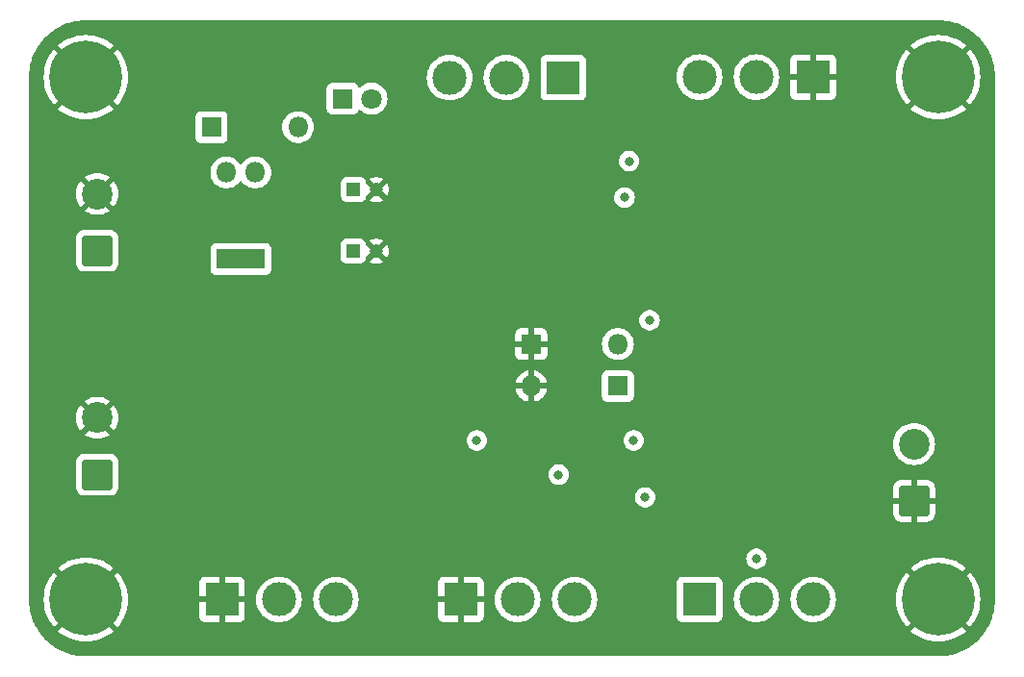
<source format=gbr>
%TF.GenerationSoftware,KiCad,Pcbnew,7.0.7*%
%TF.CreationDate,2024-01-13T16:34:17+01:00*%
%TF.ProjectId,MarshallGuvnor,4d617273-6861-46c6-9c47-75766e6f722e,rev?*%
%TF.SameCoordinates,Original*%
%TF.FileFunction,Copper,L2,Inr*%
%TF.FilePolarity,Positive*%
%FSLAX46Y46*%
G04 Gerber Fmt 4.6, Leading zero omitted, Abs format (unit mm)*
G04 Created by KiCad (PCBNEW 7.0.7) date 2024-01-13 16:34:17*
%MOMM*%
%LPD*%
G01*
G04 APERTURE LIST*
G04 Aperture macros list*
%AMRoundRect*
0 Rectangle with rounded corners*
0 $1 Rounding radius*
0 $2 $3 $4 $5 $6 $7 $8 $9 X,Y pos of 4 corners*
0 Add a 4 corners polygon primitive as box body*
4,1,4,$2,$3,$4,$5,$6,$7,$8,$9,$2,$3,0*
0 Add four circle primitives for the rounded corners*
1,1,$1+$1,$2,$3*
1,1,$1+$1,$4,$5*
1,1,$1+$1,$6,$7*
1,1,$1+$1,$8,$9*
0 Add four rect primitives between the rounded corners*
20,1,$1+$1,$2,$3,$4,$5,0*
20,1,$1+$1,$4,$5,$6,$7,0*
20,1,$1+$1,$6,$7,$8,$9,0*
20,1,$1+$1,$8,$9,$2,$3,0*%
G04 Aperture macros list end*
%TA.AperFunction,ComponentPad*%
%ADD10R,1.200000X1.200000*%
%TD*%
%TA.AperFunction,ComponentPad*%
%ADD11C,1.200000*%
%TD*%
%TA.AperFunction,ComponentPad*%
%ADD12R,3.000000X3.000000*%
%TD*%
%TA.AperFunction,ComponentPad*%
%ADD13C,3.000000*%
%TD*%
%TA.AperFunction,ComponentPad*%
%ADD14O,1.800000X1.800000*%
%TD*%
%TA.AperFunction,ComponentPad*%
%ADD15R,1.800000X1.800000*%
%TD*%
%TA.AperFunction,ComponentPad*%
%ADD16R,2.800000X1.800000*%
%TD*%
%TA.AperFunction,ComponentPad*%
%ADD17C,2.700000*%
%TD*%
%TA.AperFunction,ComponentPad*%
%ADD18RoundRect,0.250001X1.099999X-1.099999X1.099999X1.099999X-1.099999X1.099999X-1.099999X-1.099999X0*%
%TD*%
%TA.AperFunction,ComponentPad*%
%ADD19C,0.800000*%
%TD*%
%TA.AperFunction,ComponentPad*%
%ADD20C,6.400000*%
%TD*%
%TA.AperFunction,ComponentPad*%
%ADD21C,1.800000*%
%TD*%
%TA.AperFunction,ViaPad*%
%ADD22C,0.800000*%
%TD*%
G04 APERTURE END LIST*
D10*
%TO.N,+9V*%
%TO.C,C3*%
X128537500Y-120325000D03*
D11*
%TO.N,GND*%
X130537500Y-120325000D03*
%TD*%
D12*
%TO.N,Net-(C17-Pad1)*%
%TO.C,RV5*%
X159000000Y-151000000D03*
D13*
%TO.N,MIX_OUT*%
X164000000Y-151000000D03*
%TO.N,Net-(C14-Pad1)*%
X169000000Y-151000000D03*
%TD*%
D12*
%TO.N,GND*%
%TO.C,RV4*%
X117000000Y-151000000D03*
D13*
%TO.N,Net-(C12-Pad1)*%
X122000000Y-151000000D03*
%TO.N,Net-(C17-Pad1)*%
X127000000Y-151000000D03*
%TD*%
D12*
%TO.N,GND*%
%TO.C,RV3*%
X138000000Y-151000000D03*
D13*
%TO.N,Net-(C13-Pad1)*%
X143000000Y-151000000D03*
%TO.N,Net-(R15-Pad2)*%
X148000000Y-151000000D03*
%TD*%
D12*
%TO.N,GND*%
%TO.C,RV2*%
X169000000Y-105000000D03*
D13*
%TO.N,Net-(R12-Pad1)*%
X164000000Y-105000000D03*
%TO.N,MIX_OUT*%
X159000000Y-105000000D03*
%TD*%
D12*
%TO.N,Net-(U1A--)*%
%TO.C,RV1*%
X147000000Y-105050000D03*
D13*
%TO.N,Net-(C10-Pad2)*%
X142000000Y-105050000D03*
%TO.N,Net-(C7-Pad1)*%
X137000000Y-105050000D03*
%TD*%
D14*
%TO.N,+9V*%
%TO.C,Q1*%
X117367500Y-113400000D03*
%TO.N,Net-(D1-A)*%
X119907500Y-113400000D03*
D15*
%TO.N,Net-(J1-Pin_1)*%
X117367500Y-121020000D03*
D16*
X119407500Y-121020000D03*
%TD*%
D17*
%TO.N,Net-(J3-Pin_2)*%
%TO.C,J3*%
X177861441Y-137299722D03*
D18*
%TO.N,GND*%
X177861441Y-142299722D03*
%TD*%
%TO.N,Net-(J2-Pin_1)*%
%TO.C,J2*%
X106000000Y-140000000D03*
D17*
%TO.N,GND*%
X106000000Y-135000000D03*
%TD*%
D18*
%TO.N,Net-(J1-Pin_1)*%
%TO.C,J1*%
X106000000Y-120277500D03*
D17*
%TO.N,GND*%
X106000000Y-115277500D03*
%TD*%
D19*
%TO.N,GND*%
%TO.C,H4*%
X180000000Y-148600000D03*
X181697056Y-152697056D03*
X181697056Y-149302944D03*
X182400000Y-151000000D03*
D20*
X180000000Y-151000000D03*
D19*
X180000000Y-153400000D03*
X178302944Y-149302944D03*
X178302944Y-152697056D03*
X177600000Y-151000000D03*
%TD*%
%TO.N,GND*%
%TO.C,H3*%
X105000000Y-148600000D03*
X106697056Y-152697056D03*
X106697056Y-149302944D03*
X107400000Y-151000000D03*
D20*
X105000000Y-151000000D03*
D19*
X105000000Y-153400000D03*
X103302944Y-149302944D03*
X103302944Y-152697056D03*
X102600000Y-151000000D03*
%TD*%
%TO.N,GND*%
%TO.C,H2*%
X180000000Y-102600000D03*
X181697056Y-106697056D03*
X181697056Y-103302944D03*
X182400000Y-105000000D03*
D20*
X180000000Y-105000000D03*
D19*
X180000000Y-107400000D03*
X178302944Y-103302944D03*
X178302944Y-106697056D03*
X177600000Y-105000000D03*
%TD*%
%TO.N,GND*%
%TO.C,H1*%
X105000000Y-102600000D03*
X106697056Y-106697056D03*
X106697056Y-103302944D03*
X107400000Y-105000000D03*
D20*
X105000000Y-105000000D03*
D19*
X105000000Y-107400000D03*
X103302944Y-103302944D03*
X103302944Y-106697056D03*
X102600000Y-105000000D03*
%TD*%
D14*
%TO.N,GND*%
%TO.C,D4*%
X144190000Y-132200000D03*
D15*
%TO.N,DISTORSION_OUT*%
X151810000Y-132200000D03*
%TD*%
D14*
%TO.N,DISTORSION_OUT*%
%TO.C,D3*%
X151810000Y-128500000D03*
D15*
%TO.N,GND*%
X144190000Y-128500000D03*
%TD*%
%TO.N,Net-(D2-K)*%
%TO.C,D2*%
X127597500Y-106900000D03*
D21*
%TO.N,+9V*%
X130137500Y-106900000D03*
%TD*%
D15*
%TO.N,+9V*%
%TO.C,D1*%
X116055000Y-109400000D03*
D14*
%TO.N,Net-(D1-A)*%
X123675000Y-109400000D03*
%TD*%
D10*
%TO.N,+4V*%
%TO.C,C4*%
X128564901Y-114900000D03*
D11*
%TO.N,GND*%
X130564901Y-114900000D03*
%TD*%
D22*
%TO.N,Net-(C17-Pad1)*%
X154200000Y-142000000D03*
%TO.N,Net-(C13-Pad1)*%
X153200000Y-137000000D03*
%TO.N,Net-(C12-Pad2)*%
X146600000Y-140000000D03*
X139400000Y-137000000D03*
%TO.N,MIX_OUT*%
X164000000Y-147400000D03*
%TO.N,Net-(C7-Pad1)*%
X152800000Y-112400000D03*
%TO.N,GND*%
X115000000Y-102400000D03*
X115000000Y-113600000D03*
X147000000Y-122200000D03*
X154600000Y-115600000D03*
%TO.N,+9V*%
X154600000Y-126400000D03*
%TO.N,+4V*%
X152400000Y-115600000D03*
%TD*%
%TA.AperFunction,Conductor*%
%TO.N,GND*%
G36*
X106392586Y-152039033D02*
G01*
X106621915Y-152268362D01*
X106655400Y-152329685D01*
X106650416Y-152399377D01*
X106608544Y-152455310D01*
X106603126Y-152459144D01*
X106516816Y-152516815D01*
X106516815Y-152516816D01*
X106459144Y-152603126D01*
X106405532Y-152647930D01*
X106336207Y-152656637D01*
X106273180Y-152626482D01*
X106268362Y-152621915D01*
X106039033Y-152392586D01*
X106005548Y-152331263D01*
X106010532Y-152261571D01*
X106046180Y-152210617D01*
X106134870Y-152134870D01*
X106210617Y-152046180D01*
X106269121Y-152007990D01*
X106338989Y-152007490D01*
X106392586Y-152039033D01*
G37*
%TD.AperFunction*%
%TA.AperFunction,Conductor*%
G36*
X103738428Y-152010531D02*
G01*
X103789381Y-152046179D01*
X103865130Y-152134870D01*
X103928855Y-152189296D01*
X103953816Y-152210615D01*
X103992009Y-152269122D01*
X103992507Y-152338990D01*
X103960965Y-152392586D01*
X103731636Y-152621915D01*
X103670313Y-152655400D01*
X103600621Y-152650416D01*
X103544688Y-152608544D01*
X103540853Y-152603124D01*
X103483184Y-152516816D01*
X103404892Y-152464503D01*
X103400489Y-152461561D01*
X103400488Y-152461560D01*
X103396873Y-152459145D01*
X103352068Y-152405533D01*
X103343361Y-152336208D01*
X103373515Y-152273180D01*
X103378083Y-152268362D01*
X103607413Y-152039032D01*
X103668736Y-152005547D01*
X103738428Y-152010531D01*
G37*
%TD.AperFunction*%
%TA.AperFunction,Conductor*%
G36*
X106399377Y-149349582D02*
G01*
X106455310Y-149391454D01*
X106459145Y-149396873D01*
X106461560Y-149400488D01*
X106461561Y-149400489D01*
X106510415Y-149473604D01*
X106516816Y-149483184D01*
X106603124Y-149540853D01*
X106647930Y-149594465D01*
X106656637Y-149663790D01*
X106626483Y-149726817D01*
X106621915Y-149731636D01*
X106392586Y-149960965D01*
X106331263Y-149994450D01*
X106261571Y-149989466D01*
X106210615Y-149953816D01*
X106178045Y-149915682D01*
X106134870Y-149865130D01*
X106046179Y-149789381D01*
X106007989Y-149730878D01*
X106007489Y-149661010D01*
X106039032Y-149607413D01*
X106268362Y-149378083D01*
X106329685Y-149344598D01*
X106399377Y-149349582D01*
G37*
%TD.AperFunction*%
%TA.AperFunction,Conductor*%
G36*
X103726818Y-149373516D02*
G01*
X103731637Y-149378084D01*
X103960966Y-149607413D01*
X103994451Y-149668736D01*
X103989467Y-149738428D01*
X103953817Y-149789384D01*
X103865130Y-149865130D01*
X103789384Y-149953817D01*
X103730877Y-149992010D01*
X103661009Y-149992508D01*
X103607413Y-149960966D01*
X103378084Y-149731637D01*
X103344599Y-149670314D01*
X103349583Y-149600622D01*
X103391455Y-149544689D01*
X103396874Y-149540854D01*
X103400487Y-149538439D01*
X103400489Y-149538439D01*
X103483184Y-149483184D01*
X103538439Y-149400489D01*
X103538439Y-149400487D01*
X103540854Y-149396874D01*
X103594466Y-149352069D01*
X103663791Y-149343362D01*
X103726818Y-149373516D01*
G37*
%TD.AperFunction*%
%TA.AperFunction,Conductor*%
G36*
X181392586Y-152039033D02*
G01*
X181621915Y-152268362D01*
X181655400Y-152329685D01*
X181650416Y-152399377D01*
X181608544Y-152455310D01*
X181603126Y-152459144D01*
X181516816Y-152516815D01*
X181516815Y-152516816D01*
X181459144Y-152603126D01*
X181405532Y-152647930D01*
X181336207Y-152656637D01*
X181273180Y-152626482D01*
X181268362Y-152621915D01*
X181039033Y-152392586D01*
X181005548Y-152331263D01*
X181010532Y-152261571D01*
X181046180Y-152210617D01*
X181134870Y-152134870D01*
X181210617Y-152046180D01*
X181269121Y-152007990D01*
X181338989Y-152007490D01*
X181392586Y-152039033D01*
G37*
%TD.AperFunction*%
%TA.AperFunction,Conductor*%
G36*
X178738428Y-152010531D02*
G01*
X178789381Y-152046179D01*
X178865130Y-152134870D01*
X178928855Y-152189296D01*
X178953816Y-152210615D01*
X178992009Y-152269122D01*
X178992507Y-152338990D01*
X178960965Y-152392586D01*
X178731636Y-152621915D01*
X178670313Y-152655400D01*
X178600621Y-152650416D01*
X178544688Y-152608544D01*
X178540853Y-152603124D01*
X178483184Y-152516816D01*
X178404892Y-152464503D01*
X178400489Y-152461561D01*
X178400488Y-152461560D01*
X178396873Y-152459145D01*
X178352068Y-152405533D01*
X178343361Y-152336208D01*
X178373515Y-152273180D01*
X178378083Y-152268362D01*
X178607413Y-152039032D01*
X178668736Y-152005547D01*
X178738428Y-152010531D01*
G37*
%TD.AperFunction*%
%TA.AperFunction,Conductor*%
G36*
X181399377Y-149349582D02*
G01*
X181455310Y-149391454D01*
X181459145Y-149396873D01*
X181461560Y-149400488D01*
X181461561Y-149400489D01*
X181510415Y-149473604D01*
X181516816Y-149483184D01*
X181603124Y-149540853D01*
X181647930Y-149594465D01*
X181656637Y-149663790D01*
X181626483Y-149726817D01*
X181621915Y-149731636D01*
X181392586Y-149960965D01*
X181331263Y-149994450D01*
X181261571Y-149989466D01*
X181210615Y-149953816D01*
X181178045Y-149915682D01*
X181134870Y-149865130D01*
X181046179Y-149789381D01*
X181007989Y-149730878D01*
X181007489Y-149661010D01*
X181039032Y-149607413D01*
X181268362Y-149378083D01*
X181329685Y-149344598D01*
X181399377Y-149349582D01*
G37*
%TD.AperFunction*%
%TA.AperFunction,Conductor*%
G36*
X178726818Y-149373516D02*
G01*
X178731637Y-149378084D01*
X178960966Y-149607413D01*
X178994451Y-149668736D01*
X178989467Y-149738428D01*
X178953817Y-149789384D01*
X178865130Y-149865130D01*
X178789384Y-149953817D01*
X178730877Y-149992010D01*
X178661009Y-149992508D01*
X178607413Y-149960966D01*
X178378084Y-149731637D01*
X178344599Y-149670314D01*
X178349583Y-149600622D01*
X178391455Y-149544689D01*
X178396874Y-149540854D01*
X178400487Y-149538439D01*
X178400489Y-149538439D01*
X178483184Y-149483184D01*
X178538439Y-149400489D01*
X178538439Y-149400487D01*
X178540854Y-149396874D01*
X178594466Y-149352069D01*
X178663791Y-149343362D01*
X178726818Y-149373516D01*
G37*
%TD.AperFunction*%
%TA.AperFunction,Conductor*%
G36*
X106392586Y-106039033D02*
G01*
X106621915Y-106268362D01*
X106655400Y-106329685D01*
X106650416Y-106399377D01*
X106608544Y-106455310D01*
X106603126Y-106459144D01*
X106516816Y-106516815D01*
X106516815Y-106516816D01*
X106459144Y-106603126D01*
X106405532Y-106647930D01*
X106336207Y-106656637D01*
X106273180Y-106626482D01*
X106268362Y-106621915D01*
X106039033Y-106392586D01*
X106005548Y-106331263D01*
X106010532Y-106261571D01*
X106046180Y-106210617D01*
X106134870Y-106134870D01*
X106210617Y-106046180D01*
X106269121Y-106007990D01*
X106338989Y-106007490D01*
X106392586Y-106039033D01*
G37*
%TD.AperFunction*%
%TA.AperFunction,Conductor*%
G36*
X103738428Y-106010531D02*
G01*
X103789381Y-106046179D01*
X103865130Y-106134870D01*
X103928855Y-106189296D01*
X103953816Y-106210615D01*
X103992009Y-106269122D01*
X103992507Y-106338990D01*
X103960965Y-106392586D01*
X103731636Y-106621915D01*
X103670313Y-106655400D01*
X103600621Y-106650416D01*
X103544688Y-106608544D01*
X103540853Y-106603124D01*
X103537346Y-106597876D01*
X103483184Y-106516816D01*
X103400489Y-106461561D01*
X103400488Y-106461560D01*
X103396873Y-106459145D01*
X103352068Y-106405533D01*
X103343361Y-106336208D01*
X103373515Y-106273180D01*
X103378083Y-106268362D01*
X103607413Y-106039032D01*
X103668736Y-106005547D01*
X103738428Y-106010531D01*
G37*
%TD.AperFunction*%
%TA.AperFunction,Conductor*%
G36*
X106399377Y-103349582D02*
G01*
X106455310Y-103391454D01*
X106459145Y-103396873D01*
X106461560Y-103400488D01*
X106461561Y-103400489D01*
X106516816Y-103483184D01*
X106595163Y-103535534D01*
X106603124Y-103540853D01*
X106647930Y-103594465D01*
X106656637Y-103663790D01*
X106626483Y-103726817D01*
X106621915Y-103731636D01*
X106392586Y-103960965D01*
X106331263Y-103994450D01*
X106261571Y-103989466D01*
X106210615Y-103953816D01*
X106178045Y-103915682D01*
X106134870Y-103865130D01*
X106046179Y-103789381D01*
X106007989Y-103730878D01*
X106007489Y-103661010D01*
X106039032Y-103607413D01*
X106268362Y-103378083D01*
X106329685Y-103344598D01*
X106399377Y-103349582D01*
G37*
%TD.AperFunction*%
%TA.AperFunction,Conductor*%
G36*
X103726818Y-103373516D02*
G01*
X103731637Y-103378084D01*
X103960966Y-103607413D01*
X103994451Y-103668736D01*
X103989467Y-103738428D01*
X103953817Y-103789384D01*
X103865130Y-103865130D01*
X103789384Y-103953817D01*
X103730877Y-103992010D01*
X103661009Y-103992508D01*
X103607413Y-103960966D01*
X103378084Y-103731637D01*
X103344599Y-103670314D01*
X103349583Y-103600622D01*
X103391455Y-103544689D01*
X103396874Y-103540854D01*
X103400487Y-103538439D01*
X103400489Y-103538439D01*
X103483184Y-103483184D01*
X103538439Y-103400489D01*
X103538439Y-103400487D01*
X103540854Y-103396874D01*
X103594466Y-103352069D01*
X103663791Y-103343362D01*
X103726818Y-103373516D01*
G37*
%TD.AperFunction*%
%TA.AperFunction,Conductor*%
G36*
X181392586Y-106039033D02*
G01*
X181621915Y-106268362D01*
X181655400Y-106329685D01*
X181650416Y-106399377D01*
X181608544Y-106455310D01*
X181603126Y-106459144D01*
X181516816Y-106516815D01*
X181516815Y-106516816D01*
X181459144Y-106603126D01*
X181405532Y-106647930D01*
X181336207Y-106656637D01*
X181273180Y-106626482D01*
X181268362Y-106621915D01*
X181039033Y-106392586D01*
X181005548Y-106331263D01*
X181010532Y-106261571D01*
X181046180Y-106210617D01*
X181134870Y-106134870D01*
X181210617Y-106046180D01*
X181269121Y-106007990D01*
X181338989Y-106007490D01*
X181392586Y-106039033D01*
G37*
%TD.AperFunction*%
%TA.AperFunction,Conductor*%
G36*
X178738428Y-106010531D02*
G01*
X178789381Y-106046179D01*
X178865130Y-106134870D01*
X178928855Y-106189296D01*
X178953816Y-106210615D01*
X178992009Y-106269122D01*
X178992507Y-106338990D01*
X178960965Y-106392586D01*
X178731636Y-106621915D01*
X178670313Y-106655400D01*
X178600621Y-106650416D01*
X178544688Y-106608544D01*
X178540853Y-106603124D01*
X178537346Y-106597876D01*
X178483184Y-106516816D01*
X178400489Y-106461561D01*
X178400488Y-106461560D01*
X178396873Y-106459145D01*
X178352068Y-106405533D01*
X178343361Y-106336208D01*
X178373515Y-106273180D01*
X178378083Y-106268362D01*
X178607413Y-106039032D01*
X178668736Y-106005547D01*
X178738428Y-106010531D01*
G37*
%TD.AperFunction*%
%TA.AperFunction,Conductor*%
G36*
X181399377Y-103349582D02*
G01*
X181455310Y-103391454D01*
X181459145Y-103396873D01*
X181461560Y-103400488D01*
X181461561Y-103400489D01*
X181516816Y-103483184D01*
X181595163Y-103535534D01*
X181603124Y-103540853D01*
X181647930Y-103594465D01*
X181656637Y-103663790D01*
X181626483Y-103726817D01*
X181621915Y-103731636D01*
X181392586Y-103960965D01*
X181331263Y-103994450D01*
X181261571Y-103989466D01*
X181210615Y-103953816D01*
X181178045Y-103915682D01*
X181134870Y-103865130D01*
X181046179Y-103789381D01*
X181007989Y-103730878D01*
X181007489Y-103661010D01*
X181039032Y-103607413D01*
X181268362Y-103378083D01*
X181329685Y-103344598D01*
X181399377Y-103349582D01*
G37*
%TD.AperFunction*%
%TA.AperFunction,Conductor*%
G36*
X178726818Y-103373516D02*
G01*
X178731637Y-103378084D01*
X178960966Y-103607413D01*
X178994451Y-103668736D01*
X178989467Y-103738428D01*
X178953817Y-103789384D01*
X178865130Y-103865130D01*
X178789384Y-103953817D01*
X178730877Y-103992010D01*
X178661009Y-103992508D01*
X178607413Y-103960966D01*
X178378084Y-103731637D01*
X178344599Y-103670314D01*
X178349583Y-103600622D01*
X178391455Y-103544689D01*
X178396874Y-103540854D01*
X178400487Y-103538439D01*
X178400489Y-103538439D01*
X178483184Y-103483184D01*
X178538439Y-103400489D01*
X178538439Y-103400487D01*
X178540854Y-103396874D01*
X178594466Y-103352069D01*
X178663791Y-103343362D01*
X178726818Y-103373516D01*
G37*
%TD.AperFunction*%
%TA.AperFunction,Conductor*%
G36*
X180217318Y-100009488D02*
G01*
X180415934Y-100018160D01*
X180420865Y-100018574D01*
X180636792Y-100045489D01*
X180832940Y-100071313D01*
X180837265Y-100071883D01*
X180841894Y-100072671D01*
X181054183Y-100117183D01*
X181252534Y-100161157D01*
X181256778Y-100162257D01*
X181464544Y-100224112D01*
X181658658Y-100285317D01*
X181662530Y-100286680D01*
X181864457Y-100365472D01*
X182052817Y-100443494D01*
X182056252Y-100445045D01*
X182131343Y-100481755D01*
X182250992Y-100540249D01*
X182388629Y-100611897D01*
X182432009Y-100634479D01*
X182435107Y-100636207D01*
X182621382Y-100747202D01*
X182793662Y-100856957D01*
X182796377Y-100858789D01*
X182972918Y-100984837D01*
X183135098Y-101109282D01*
X183137426Y-101111159D01*
X183303055Y-101251439D01*
X183454895Y-101390574D01*
X183609424Y-101545103D01*
X183748555Y-101696938D01*
X183763008Y-101714003D01*
X183888839Y-101862572D01*
X183890716Y-101864900D01*
X184015162Y-102027081D01*
X184141209Y-102203621D01*
X184143040Y-102206335D01*
X184252797Y-102378617D01*
X184363791Y-102564891D01*
X184365525Y-102568000D01*
X184459750Y-102749007D01*
X184502033Y-102835495D01*
X184554953Y-102943744D01*
X184556524Y-102947229D01*
X184634536Y-103135566D01*
X184713309Y-103337445D01*
X184714681Y-103341340D01*
X184775899Y-103535496D01*
X184837735Y-103743200D01*
X184838843Y-103747472D01*
X184882818Y-103945826D01*
X184927326Y-104158101D01*
X184928115Y-104162733D01*
X184954524Y-104363319D01*
X184981422Y-104579114D01*
X184981839Y-104584080D01*
X184990513Y-104782728D01*
X184999500Y-105000000D01*
X184999500Y-151000000D01*
X184990513Y-151217271D01*
X184981839Y-151415918D01*
X184981422Y-151420884D01*
X184954524Y-151636680D01*
X184928115Y-151837265D01*
X184927326Y-151841897D01*
X184882818Y-152054173D01*
X184838843Y-152252526D01*
X184837735Y-152256798D01*
X184775899Y-152464503D01*
X184714681Y-152658658D01*
X184713309Y-152662552D01*
X184634536Y-152864433D01*
X184556524Y-153052769D01*
X184554944Y-153056274D01*
X184459750Y-153250992D01*
X184365525Y-153431998D01*
X184363791Y-153435107D01*
X184252797Y-153621382D01*
X184143040Y-153793663D01*
X184141209Y-153796377D01*
X184015162Y-153972918D01*
X183890716Y-154135099D01*
X183888839Y-154137426D01*
X183748557Y-154303059D01*
X183609426Y-154454895D01*
X183454895Y-154609426D01*
X183303059Y-154748557D01*
X183137426Y-154888839D01*
X183135099Y-154890716D01*
X182972918Y-155015162D01*
X182796377Y-155141209D01*
X182793663Y-155143040D01*
X182621382Y-155252797D01*
X182435107Y-155363791D01*
X182431998Y-155365525D01*
X182250992Y-155459750D01*
X182056274Y-155554944D01*
X182052769Y-155556524D01*
X181864433Y-155634536D01*
X181662552Y-155713309D01*
X181658658Y-155714681D01*
X181464503Y-155775899D01*
X181256798Y-155837735D01*
X181252526Y-155838843D01*
X181054173Y-155882818D01*
X180841897Y-155927326D01*
X180837265Y-155928115D01*
X180636680Y-155954524D01*
X180420884Y-155981422D01*
X180415918Y-155981839D01*
X180217271Y-155990513D01*
X180000000Y-155999500D01*
X105000000Y-155999500D01*
X104782728Y-155990513D01*
X104584080Y-155981839D01*
X104579114Y-155981422D01*
X104363319Y-155954524D01*
X104162733Y-155928115D01*
X104158101Y-155927326D01*
X103945826Y-155882818D01*
X103747472Y-155838843D01*
X103743200Y-155837735D01*
X103535496Y-155775899D01*
X103341340Y-155714681D01*
X103337445Y-155713309D01*
X103135566Y-155634536D01*
X102947229Y-155556524D01*
X102943744Y-155554953D01*
X102884503Y-155525992D01*
X102749007Y-155459750D01*
X102568000Y-155365525D01*
X102564891Y-155363791D01*
X102378617Y-155252797D01*
X102206335Y-155143040D01*
X102203621Y-155141209D01*
X102027081Y-155015162D01*
X101864900Y-154890716D01*
X101862572Y-154888839D01*
X101696940Y-154748557D01*
X101649491Y-154705078D01*
X101545103Y-154609424D01*
X101390574Y-154454895D01*
X101251439Y-154303055D01*
X101111159Y-154137426D01*
X101109282Y-154135098D01*
X100984837Y-153972918D01*
X100858789Y-153796377D01*
X100856957Y-153793662D01*
X100747202Y-153621382D01*
X100636207Y-153435107D01*
X100634473Y-153431998D01*
X100540249Y-153250992D01*
X100476664Y-153120929D01*
X100445045Y-153056252D01*
X100443494Y-153052817D01*
X100365463Y-152864433D01*
X100286680Y-152662530D01*
X100285317Y-152658658D01*
X100282718Y-152650416D01*
X100224100Y-152464503D01*
X100162257Y-152256778D01*
X100161155Y-152252526D01*
X100151863Y-152210614D01*
X100117175Y-152054145D01*
X100115505Y-152046182D01*
X100072671Y-151841894D01*
X100071883Y-151837265D01*
X100055610Y-151713658D01*
X100045489Y-151636791D01*
X100018574Y-151420865D01*
X100018160Y-151415934D01*
X100009486Y-151217271D01*
X100000500Y-151000000D01*
X101294922Y-151000000D01*
X101315219Y-151387287D01*
X101375886Y-151770323D01*
X101375887Y-151770330D01*
X101476262Y-152144936D01*
X101615244Y-152506994D01*
X101791310Y-152852543D01*
X102002531Y-153177793D01*
X102211095Y-153435350D01*
X102211096Y-153435350D01*
X102874250Y-152772195D01*
X102935573Y-152738710D01*
X103005264Y-152743694D01*
X103061198Y-152785565D01*
X103065033Y-152790985D01*
X103067448Y-152794600D01*
X103067449Y-152794601D01*
X103109508Y-152857547D01*
X103122704Y-152877296D01*
X103209012Y-152934965D01*
X103253818Y-152988577D01*
X103262525Y-153057902D01*
X103232371Y-153120929D01*
X103227803Y-153125748D01*
X102564648Y-153788902D01*
X102564649Y-153788904D01*
X102822206Y-153997468D01*
X103147456Y-154208689D01*
X103493005Y-154384755D01*
X103855063Y-154523737D01*
X104229669Y-154624112D01*
X104229676Y-154624113D01*
X104612712Y-154684780D01*
X104999999Y-154705078D01*
X105000001Y-154705078D01*
X105387287Y-154684780D01*
X105770323Y-154624113D01*
X105770330Y-154624112D01*
X106144936Y-154523737D01*
X106506994Y-154384755D01*
X106852543Y-154208689D01*
X107177783Y-153997476D01*
X107177785Y-153997475D01*
X107435349Y-153788902D01*
X106772196Y-153125749D01*
X106738711Y-153064426D01*
X106743695Y-152994734D01*
X106785567Y-152938801D01*
X106790986Y-152934966D01*
X106794599Y-152932551D01*
X106794601Y-152932551D01*
X106877296Y-152877296D01*
X106932551Y-152794601D01*
X106932551Y-152794599D01*
X106934966Y-152790986D01*
X106988578Y-152746181D01*
X107057903Y-152737474D01*
X107120930Y-152767628D01*
X107125749Y-152772196D01*
X107788902Y-153435349D01*
X107997475Y-153177785D01*
X107997476Y-153177783D01*
X108208689Y-152852543D01*
X108363941Y-152547844D01*
X115000000Y-152547844D01*
X115006401Y-152607372D01*
X115006403Y-152607379D01*
X115056645Y-152742086D01*
X115056649Y-152742093D01*
X115142809Y-152857187D01*
X115142812Y-152857190D01*
X115257906Y-152943350D01*
X115257913Y-152943354D01*
X115392620Y-152993596D01*
X115392627Y-152993598D01*
X115452155Y-152999999D01*
X115452172Y-153000000D01*
X116750000Y-153000000D01*
X116750000Y-151713658D01*
X116769685Y-151646619D01*
X116822489Y-151600864D01*
X116890184Y-151590719D01*
X116960677Y-151600000D01*
X116960684Y-151600000D01*
X117039316Y-151600000D01*
X117039323Y-151600000D01*
X117109815Y-151590719D01*
X117178849Y-151601484D01*
X117231105Y-151647864D01*
X117250000Y-151713658D01*
X117250000Y-153000000D01*
X118547828Y-153000000D01*
X118547844Y-152999999D01*
X118607372Y-152993598D01*
X118607379Y-152993596D01*
X118742086Y-152943354D01*
X118742093Y-152943350D01*
X118857187Y-152857190D01*
X118857190Y-152857187D01*
X118943350Y-152742093D01*
X118943354Y-152742086D01*
X118993596Y-152607379D01*
X118993598Y-152607372D01*
X118999999Y-152547844D01*
X119000000Y-152547827D01*
X119000000Y-151250000D01*
X117713658Y-151250000D01*
X117646619Y-151230315D01*
X117600864Y-151177511D01*
X117590719Y-151109816D01*
X117605177Y-151000000D01*
X119994390Y-151000000D01*
X120014804Y-151285433D01*
X120075628Y-151565037D01*
X120075630Y-151565043D01*
X120075631Y-151565046D01*
X120175633Y-151833161D01*
X120175635Y-151833166D01*
X120312770Y-152084309D01*
X120312775Y-152084317D01*
X120484254Y-152313387D01*
X120484270Y-152313405D01*
X120686594Y-152515729D01*
X120686612Y-152515745D01*
X120915682Y-152687224D01*
X120915690Y-152687229D01*
X121166833Y-152824364D01*
X121166832Y-152824364D01*
X121166836Y-152824365D01*
X121166839Y-152824367D01*
X121434954Y-152924369D01*
X121434960Y-152924370D01*
X121434962Y-152924371D01*
X121714566Y-152985195D01*
X121714568Y-152985195D01*
X121714572Y-152985196D01*
X121968220Y-153003337D01*
X121999999Y-153005610D01*
X122000000Y-153005610D01*
X122000001Y-153005610D01*
X122028595Y-153003564D01*
X122285428Y-152985196D01*
X122460756Y-152947056D01*
X122565037Y-152924371D01*
X122565037Y-152924370D01*
X122565046Y-152924369D01*
X122833161Y-152824367D01*
X123084315Y-152687226D01*
X123313395Y-152515739D01*
X123515739Y-152313395D01*
X123687226Y-152084315D01*
X123824367Y-151833161D01*
X123924369Y-151565046D01*
X123954198Y-151427925D01*
X123985195Y-151285433D01*
X123985195Y-151285432D01*
X123985196Y-151285428D01*
X124005610Y-151000000D01*
X124994390Y-151000000D01*
X125014804Y-151285433D01*
X125075628Y-151565037D01*
X125075630Y-151565043D01*
X125075631Y-151565046D01*
X125175633Y-151833161D01*
X125175635Y-151833166D01*
X125312770Y-152084309D01*
X125312775Y-152084317D01*
X125484254Y-152313387D01*
X125484270Y-152313405D01*
X125686594Y-152515729D01*
X125686612Y-152515745D01*
X125915682Y-152687224D01*
X125915690Y-152687229D01*
X126166833Y-152824364D01*
X126166832Y-152824364D01*
X126166836Y-152824365D01*
X126166839Y-152824367D01*
X126434954Y-152924369D01*
X126434960Y-152924370D01*
X126434962Y-152924371D01*
X126714566Y-152985195D01*
X126714568Y-152985195D01*
X126714572Y-152985196D01*
X126968220Y-153003337D01*
X126999999Y-153005610D01*
X127000000Y-153005610D01*
X127000001Y-153005610D01*
X127028595Y-153003564D01*
X127285428Y-152985196D01*
X127460756Y-152947056D01*
X127565037Y-152924371D01*
X127565037Y-152924370D01*
X127565046Y-152924369D01*
X127833161Y-152824367D01*
X128084315Y-152687226D01*
X128270508Y-152547844D01*
X136000000Y-152547844D01*
X136006401Y-152607372D01*
X136006403Y-152607379D01*
X136056645Y-152742086D01*
X136056649Y-152742093D01*
X136142809Y-152857187D01*
X136142812Y-152857190D01*
X136257906Y-152943350D01*
X136257913Y-152943354D01*
X136392620Y-152993596D01*
X136392627Y-152993598D01*
X136452155Y-152999999D01*
X136452172Y-153000000D01*
X137750000Y-153000000D01*
X137750000Y-151713658D01*
X137769685Y-151646619D01*
X137822489Y-151600864D01*
X137890184Y-151590719D01*
X137960677Y-151600000D01*
X137960684Y-151600000D01*
X138039316Y-151600000D01*
X138039323Y-151600000D01*
X138109815Y-151590719D01*
X138178849Y-151601484D01*
X138231105Y-151647864D01*
X138250000Y-151713658D01*
X138250000Y-153000000D01*
X139547828Y-153000000D01*
X139547844Y-152999999D01*
X139607372Y-152993598D01*
X139607379Y-152993596D01*
X139742086Y-152943354D01*
X139742093Y-152943350D01*
X139857187Y-152857190D01*
X139857190Y-152857187D01*
X139943350Y-152742093D01*
X139943354Y-152742086D01*
X139993596Y-152607379D01*
X139993598Y-152607372D01*
X139999999Y-152547844D01*
X140000000Y-152547827D01*
X140000000Y-151250000D01*
X138713658Y-151250000D01*
X138646619Y-151230315D01*
X138600864Y-151177511D01*
X138590719Y-151109816D01*
X138605177Y-151000000D01*
X140994390Y-151000000D01*
X141014804Y-151285433D01*
X141075628Y-151565037D01*
X141075630Y-151565043D01*
X141075631Y-151565046D01*
X141175633Y-151833161D01*
X141175635Y-151833166D01*
X141312770Y-152084309D01*
X141312775Y-152084317D01*
X141484254Y-152313387D01*
X141484270Y-152313405D01*
X141686594Y-152515729D01*
X141686612Y-152515745D01*
X141915682Y-152687224D01*
X141915690Y-152687229D01*
X142166833Y-152824364D01*
X142166832Y-152824364D01*
X142166836Y-152824365D01*
X142166839Y-152824367D01*
X142434954Y-152924369D01*
X142434960Y-152924370D01*
X142434962Y-152924371D01*
X142714566Y-152985195D01*
X142714568Y-152985195D01*
X142714572Y-152985196D01*
X142968220Y-153003337D01*
X142999999Y-153005610D01*
X143000000Y-153005610D01*
X143000001Y-153005610D01*
X143028595Y-153003564D01*
X143285428Y-152985196D01*
X143460756Y-152947056D01*
X143565037Y-152924371D01*
X143565037Y-152924370D01*
X143565046Y-152924369D01*
X143833161Y-152824367D01*
X144084315Y-152687226D01*
X144313395Y-152515739D01*
X144515739Y-152313395D01*
X144687226Y-152084315D01*
X144824367Y-151833161D01*
X144924369Y-151565046D01*
X144954198Y-151427925D01*
X144985195Y-151285433D01*
X144985195Y-151285432D01*
X144985196Y-151285428D01*
X145005610Y-151000000D01*
X145994390Y-151000000D01*
X146014804Y-151285433D01*
X146075628Y-151565037D01*
X146075630Y-151565043D01*
X146075631Y-151565046D01*
X146175633Y-151833161D01*
X146175635Y-151833166D01*
X146312770Y-152084309D01*
X146312775Y-152084317D01*
X146484254Y-152313387D01*
X146484270Y-152313405D01*
X146686594Y-152515729D01*
X146686612Y-152515745D01*
X146915682Y-152687224D01*
X146915690Y-152687229D01*
X147166833Y-152824364D01*
X147166832Y-152824364D01*
X147166836Y-152824365D01*
X147166839Y-152824367D01*
X147434954Y-152924369D01*
X147434960Y-152924370D01*
X147434962Y-152924371D01*
X147714566Y-152985195D01*
X147714568Y-152985195D01*
X147714572Y-152985196D01*
X147968220Y-153003337D01*
X147999999Y-153005610D01*
X148000000Y-153005610D01*
X148000001Y-153005610D01*
X148028595Y-153003564D01*
X148285428Y-152985196D01*
X148460756Y-152947056D01*
X148565037Y-152924371D01*
X148565037Y-152924370D01*
X148565046Y-152924369D01*
X148833161Y-152824367D01*
X149084315Y-152687226D01*
X149270473Y-152547870D01*
X156999500Y-152547870D01*
X156999501Y-152547876D01*
X157005908Y-152607483D01*
X157056202Y-152742328D01*
X157056206Y-152742335D01*
X157142452Y-152857544D01*
X157142455Y-152857547D01*
X157257664Y-152943793D01*
X157257671Y-152943797D01*
X157392517Y-152994091D01*
X157392516Y-152994091D01*
X157399444Y-152994835D01*
X157452127Y-153000500D01*
X160547872Y-153000499D01*
X160607483Y-152994091D01*
X160742331Y-152943796D01*
X160857546Y-152857546D01*
X160943796Y-152742331D01*
X160994091Y-152607483D01*
X161000500Y-152547873D01*
X161000499Y-151000000D01*
X161994390Y-151000000D01*
X162014804Y-151285433D01*
X162075628Y-151565037D01*
X162075630Y-151565043D01*
X162075631Y-151565046D01*
X162175633Y-151833161D01*
X162175635Y-151833166D01*
X162312770Y-152084309D01*
X162312775Y-152084317D01*
X162484254Y-152313387D01*
X162484270Y-152313405D01*
X162686594Y-152515729D01*
X162686612Y-152515745D01*
X162915682Y-152687224D01*
X162915690Y-152687229D01*
X163166833Y-152824364D01*
X163166832Y-152824364D01*
X163166836Y-152824365D01*
X163166839Y-152824367D01*
X163434954Y-152924369D01*
X163434960Y-152924370D01*
X163434962Y-152924371D01*
X163714566Y-152985195D01*
X163714568Y-152985195D01*
X163714572Y-152985196D01*
X163968220Y-153003337D01*
X163999999Y-153005610D01*
X164000000Y-153005610D01*
X164000001Y-153005610D01*
X164028595Y-153003564D01*
X164285428Y-152985196D01*
X164460756Y-152947056D01*
X164565037Y-152924371D01*
X164565037Y-152924370D01*
X164565046Y-152924369D01*
X164833161Y-152824367D01*
X165084315Y-152687226D01*
X165313395Y-152515739D01*
X165515739Y-152313395D01*
X165687226Y-152084315D01*
X165824367Y-151833161D01*
X165924369Y-151565046D01*
X165954198Y-151427925D01*
X165985195Y-151285433D01*
X165985195Y-151285432D01*
X165985196Y-151285428D01*
X166005610Y-151000000D01*
X166994390Y-151000000D01*
X167014804Y-151285433D01*
X167075628Y-151565037D01*
X167075630Y-151565043D01*
X167075631Y-151565046D01*
X167175633Y-151833161D01*
X167175635Y-151833166D01*
X167312770Y-152084309D01*
X167312775Y-152084317D01*
X167484254Y-152313387D01*
X167484270Y-152313405D01*
X167686594Y-152515729D01*
X167686612Y-152515745D01*
X167915682Y-152687224D01*
X167915690Y-152687229D01*
X168166833Y-152824364D01*
X168166832Y-152824364D01*
X168166836Y-152824365D01*
X168166839Y-152824367D01*
X168434954Y-152924369D01*
X168434960Y-152924370D01*
X168434962Y-152924371D01*
X168714566Y-152985195D01*
X168714568Y-152985195D01*
X168714572Y-152985196D01*
X168968220Y-153003337D01*
X168999999Y-153005610D01*
X169000000Y-153005610D01*
X169000001Y-153005610D01*
X169028595Y-153003564D01*
X169285428Y-152985196D01*
X169460756Y-152947056D01*
X169565037Y-152924371D01*
X169565037Y-152924370D01*
X169565046Y-152924369D01*
X169833161Y-152824367D01*
X170084315Y-152687226D01*
X170313395Y-152515739D01*
X170515739Y-152313395D01*
X170687226Y-152084315D01*
X170824367Y-151833161D01*
X170924369Y-151565046D01*
X170954198Y-151427925D01*
X170985195Y-151285433D01*
X170985195Y-151285432D01*
X170985196Y-151285428D01*
X171005610Y-151000000D01*
X176294922Y-151000000D01*
X176315219Y-151387287D01*
X176375886Y-151770323D01*
X176375887Y-151770330D01*
X176476262Y-152144936D01*
X176615244Y-152506994D01*
X176791310Y-152852543D01*
X177002531Y-153177793D01*
X177211095Y-153435350D01*
X177211096Y-153435350D01*
X177874250Y-152772195D01*
X177935573Y-152738710D01*
X178005264Y-152743694D01*
X178061198Y-152785565D01*
X178065033Y-152790985D01*
X178067448Y-152794600D01*
X178067449Y-152794601D01*
X178109508Y-152857547D01*
X178122704Y-152877296D01*
X178209012Y-152934965D01*
X178253818Y-152988577D01*
X178262525Y-153057902D01*
X178232371Y-153120929D01*
X178227803Y-153125748D01*
X177564648Y-153788902D01*
X177564649Y-153788904D01*
X177822206Y-153997468D01*
X178147456Y-154208689D01*
X178493005Y-154384755D01*
X178855063Y-154523737D01*
X179229669Y-154624112D01*
X179229676Y-154624113D01*
X179612712Y-154684780D01*
X179999999Y-154705078D01*
X180000001Y-154705078D01*
X180387287Y-154684780D01*
X180770323Y-154624113D01*
X180770330Y-154624112D01*
X181144936Y-154523737D01*
X181506994Y-154384755D01*
X181852543Y-154208689D01*
X182177783Y-153997476D01*
X182177785Y-153997475D01*
X182435349Y-153788902D01*
X181772196Y-153125749D01*
X181738711Y-153064426D01*
X181743695Y-152994734D01*
X181785567Y-152938801D01*
X181790986Y-152934966D01*
X181794599Y-152932551D01*
X181794601Y-152932551D01*
X181877296Y-152877296D01*
X181932551Y-152794601D01*
X181932551Y-152794599D01*
X181934966Y-152790986D01*
X181988578Y-152746181D01*
X182057903Y-152737474D01*
X182120930Y-152767628D01*
X182125749Y-152772196D01*
X182788902Y-153435349D01*
X182997475Y-153177785D01*
X182997476Y-153177783D01*
X183208689Y-152852543D01*
X183384755Y-152506994D01*
X183523737Y-152144936D01*
X183624112Y-151770330D01*
X183624113Y-151770323D01*
X183684780Y-151387287D01*
X183705078Y-151000000D01*
X183705078Y-150999999D01*
X183684780Y-150612712D01*
X183624113Y-150229676D01*
X183624112Y-150229669D01*
X183523737Y-149855063D01*
X183384755Y-149493005D01*
X183208689Y-149147456D01*
X182997468Y-148822206D01*
X182788904Y-148564649D01*
X182788902Y-148564648D01*
X182125748Y-149227803D01*
X182064425Y-149261288D01*
X181994733Y-149256304D01*
X181938800Y-149214432D01*
X181934965Y-149209012D01*
X181890492Y-149142454D01*
X181877296Y-149122704D01*
X181794601Y-149067449D01*
X181794600Y-149067448D01*
X181790985Y-149065033D01*
X181746180Y-149011421D01*
X181737473Y-148942096D01*
X181767627Y-148879068D01*
X181772195Y-148874250D01*
X182435350Y-148211096D01*
X182435350Y-148211095D01*
X182177793Y-148002531D01*
X181852543Y-147791310D01*
X181506994Y-147615244D01*
X181144936Y-147476262D01*
X180770330Y-147375887D01*
X180770323Y-147375886D01*
X180387287Y-147315219D01*
X180000001Y-147294922D01*
X179999999Y-147294922D01*
X179612712Y-147315219D01*
X179229676Y-147375886D01*
X179229669Y-147375887D01*
X178855063Y-147476262D01*
X178493005Y-147615244D01*
X178147456Y-147791310D01*
X177822206Y-148002531D01*
X177564648Y-148211095D01*
X177564648Y-148211096D01*
X178227803Y-148874251D01*
X178261288Y-148935574D01*
X178256304Y-149005266D01*
X178214432Y-149061199D01*
X178209013Y-149065034D01*
X178122704Y-149122704D01*
X178065034Y-149209013D01*
X178011422Y-149253818D01*
X177942097Y-149262525D01*
X177879069Y-149232370D01*
X177874251Y-149227803D01*
X177211096Y-148564648D01*
X177211095Y-148564648D01*
X177002531Y-148822206D01*
X176791310Y-149147456D01*
X176615244Y-149493005D01*
X176476262Y-149855063D01*
X176375887Y-150229669D01*
X176375886Y-150229676D01*
X176315219Y-150612712D01*
X176294922Y-150999999D01*
X176294922Y-151000000D01*
X171005610Y-151000000D01*
X170985196Y-150714572D01*
X170933276Y-150475901D01*
X170924371Y-150434962D01*
X170924370Y-150434960D01*
X170924369Y-150434954D01*
X170824367Y-150166839D01*
X170711951Y-149960966D01*
X170687229Y-149915690D01*
X170687224Y-149915682D01*
X170515745Y-149686612D01*
X170515729Y-149686594D01*
X170313405Y-149484270D01*
X170313387Y-149484254D01*
X170084317Y-149312775D01*
X170084309Y-149312770D01*
X169833166Y-149175635D01*
X169833167Y-149175635D01*
X169691253Y-149122704D01*
X169565046Y-149075631D01*
X169565043Y-149075630D01*
X169565037Y-149075628D01*
X169285433Y-149014804D01*
X169000001Y-148994390D01*
X168999999Y-148994390D01*
X168714566Y-149014804D01*
X168434962Y-149075628D01*
X168166833Y-149175635D01*
X167915690Y-149312770D01*
X167915682Y-149312775D01*
X167686612Y-149484254D01*
X167686594Y-149484270D01*
X167484270Y-149686594D01*
X167484254Y-149686612D01*
X167312775Y-149915682D01*
X167312770Y-149915690D01*
X167175635Y-150166833D01*
X167075628Y-150434962D01*
X167014804Y-150714566D01*
X166994390Y-150999998D01*
X166994390Y-151000000D01*
X166005610Y-151000000D01*
X165985196Y-150714572D01*
X165933276Y-150475901D01*
X165924371Y-150434962D01*
X165924370Y-150434960D01*
X165924369Y-150434954D01*
X165824367Y-150166839D01*
X165711951Y-149960966D01*
X165687229Y-149915690D01*
X165687224Y-149915682D01*
X165515745Y-149686612D01*
X165515729Y-149686594D01*
X165313405Y-149484270D01*
X165313387Y-149484254D01*
X165084317Y-149312775D01*
X165084309Y-149312770D01*
X164833166Y-149175635D01*
X164833167Y-149175635D01*
X164691253Y-149122704D01*
X164565046Y-149075631D01*
X164565043Y-149075630D01*
X164565037Y-149075628D01*
X164285433Y-149014804D01*
X164000001Y-148994390D01*
X163999999Y-148994390D01*
X163714566Y-149014804D01*
X163434962Y-149075628D01*
X163166833Y-149175635D01*
X162915690Y-149312770D01*
X162915682Y-149312775D01*
X162686612Y-149484254D01*
X162686594Y-149484270D01*
X162484270Y-149686594D01*
X162484254Y-149686612D01*
X162312775Y-149915682D01*
X162312770Y-149915690D01*
X162175635Y-150166833D01*
X162075628Y-150434962D01*
X162014804Y-150714566D01*
X161994390Y-150999998D01*
X161994390Y-151000000D01*
X161000499Y-151000000D01*
X161000499Y-149452128D01*
X160994091Y-149392517D01*
X160988707Y-149378083D01*
X160943797Y-149257671D01*
X160943793Y-149257664D01*
X160857547Y-149142455D01*
X160857544Y-149142452D01*
X160742335Y-149056206D01*
X160742328Y-149056202D01*
X160607482Y-149005908D01*
X160607483Y-149005908D01*
X160547883Y-148999501D01*
X160547881Y-148999500D01*
X160547873Y-148999500D01*
X160547864Y-148999500D01*
X157452129Y-148999500D01*
X157452123Y-148999501D01*
X157392516Y-149005908D01*
X157257671Y-149056202D01*
X157257664Y-149056206D01*
X157142455Y-149142452D01*
X157142452Y-149142455D01*
X157056206Y-149257664D01*
X157056202Y-149257671D01*
X157005908Y-149392517D01*
X156999501Y-149452116D01*
X156999501Y-149452123D01*
X156999500Y-149452135D01*
X156999500Y-152547870D01*
X149270473Y-152547870D01*
X149313395Y-152515739D01*
X149515739Y-152313395D01*
X149687226Y-152084315D01*
X149824367Y-151833161D01*
X149924369Y-151565046D01*
X149954198Y-151427925D01*
X149985195Y-151285433D01*
X149985195Y-151285432D01*
X149985196Y-151285428D01*
X150005610Y-151000000D01*
X149985196Y-150714572D01*
X149933276Y-150475901D01*
X149924371Y-150434962D01*
X149924370Y-150434960D01*
X149924369Y-150434954D01*
X149824367Y-150166839D01*
X149711951Y-149960966D01*
X149687229Y-149915690D01*
X149687224Y-149915682D01*
X149515745Y-149686612D01*
X149515729Y-149686594D01*
X149313405Y-149484270D01*
X149313387Y-149484254D01*
X149084317Y-149312775D01*
X149084309Y-149312770D01*
X148833166Y-149175635D01*
X148833167Y-149175635D01*
X148691253Y-149122704D01*
X148565046Y-149075631D01*
X148565043Y-149075630D01*
X148565037Y-149075628D01*
X148285433Y-149014804D01*
X148000001Y-148994390D01*
X147999999Y-148994390D01*
X147714566Y-149014804D01*
X147434962Y-149075628D01*
X147166833Y-149175635D01*
X146915690Y-149312770D01*
X146915682Y-149312775D01*
X146686612Y-149484254D01*
X146686594Y-149484270D01*
X146484270Y-149686594D01*
X146484254Y-149686612D01*
X146312775Y-149915682D01*
X146312770Y-149915690D01*
X146175635Y-150166833D01*
X146075628Y-150434962D01*
X146014804Y-150714566D01*
X145994390Y-150999998D01*
X145994390Y-151000000D01*
X145005610Y-151000000D01*
X144985196Y-150714572D01*
X144933276Y-150475901D01*
X144924371Y-150434962D01*
X144924370Y-150434960D01*
X144924369Y-150434954D01*
X144824367Y-150166839D01*
X144711951Y-149960966D01*
X144687229Y-149915690D01*
X144687224Y-149915682D01*
X144515745Y-149686612D01*
X144515729Y-149686594D01*
X144313405Y-149484270D01*
X144313387Y-149484254D01*
X144084317Y-149312775D01*
X144084309Y-149312770D01*
X143833166Y-149175635D01*
X143833167Y-149175635D01*
X143691253Y-149122704D01*
X143565046Y-149075631D01*
X143565043Y-149075630D01*
X143565037Y-149075628D01*
X143285433Y-149014804D01*
X143000001Y-148994390D01*
X142999999Y-148994390D01*
X142714566Y-149014804D01*
X142434962Y-149075628D01*
X142166833Y-149175635D01*
X141915690Y-149312770D01*
X141915682Y-149312775D01*
X141686612Y-149484254D01*
X141686594Y-149484270D01*
X141484270Y-149686594D01*
X141484254Y-149686612D01*
X141312775Y-149915682D01*
X141312770Y-149915690D01*
X141175635Y-150166833D01*
X141075628Y-150434962D01*
X141014804Y-150714566D01*
X140994390Y-150999998D01*
X140994390Y-151000000D01*
X138605177Y-151000000D01*
X138590719Y-150890183D01*
X138601484Y-150821151D01*
X138647864Y-150768895D01*
X138713658Y-150750000D01*
X140000000Y-150750000D01*
X140000000Y-149452172D01*
X139999999Y-149452155D01*
X139993598Y-149392627D01*
X139993596Y-149392620D01*
X139943354Y-149257913D01*
X139943350Y-149257906D01*
X139857190Y-149142812D01*
X139857187Y-149142809D01*
X139742093Y-149056649D01*
X139742086Y-149056645D01*
X139607379Y-149006403D01*
X139607372Y-149006401D01*
X139547844Y-149000000D01*
X138250000Y-149000000D01*
X138250000Y-150286341D01*
X138230315Y-150353380D01*
X138177511Y-150399135D01*
X138109815Y-150409280D01*
X138039333Y-150400001D01*
X138039328Y-150400000D01*
X138039323Y-150400000D01*
X137960677Y-150400000D01*
X137960671Y-150400000D01*
X137960666Y-150400001D01*
X137890185Y-150409280D01*
X137821150Y-150398514D01*
X137768894Y-150352134D01*
X137750000Y-150286341D01*
X137750000Y-149000000D01*
X136452155Y-149000000D01*
X136392627Y-149006401D01*
X136392620Y-149006403D01*
X136257913Y-149056645D01*
X136257906Y-149056649D01*
X136142812Y-149142809D01*
X136142809Y-149142812D01*
X136056649Y-149257906D01*
X136056645Y-149257913D01*
X136006403Y-149392620D01*
X136006401Y-149392627D01*
X136000000Y-149452155D01*
X136000000Y-150750000D01*
X137286342Y-150750000D01*
X137353381Y-150769685D01*
X137399136Y-150822489D01*
X137409280Y-150890183D01*
X137394823Y-151000000D01*
X137409280Y-151109816D01*
X137398516Y-151178849D01*
X137352136Y-151231105D01*
X137286342Y-151250000D01*
X136000000Y-151250000D01*
X136000000Y-152547844D01*
X128270508Y-152547844D01*
X128313395Y-152515739D01*
X128515739Y-152313395D01*
X128687226Y-152084315D01*
X128824367Y-151833161D01*
X128924369Y-151565046D01*
X128954198Y-151427925D01*
X128985195Y-151285433D01*
X128985195Y-151285432D01*
X128985196Y-151285428D01*
X129005610Y-151000000D01*
X128985196Y-150714572D01*
X128933276Y-150475901D01*
X128924371Y-150434962D01*
X128924370Y-150434960D01*
X128924369Y-150434954D01*
X128824367Y-150166839D01*
X128711951Y-149960966D01*
X128687229Y-149915690D01*
X128687224Y-149915682D01*
X128515745Y-149686612D01*
X128515729Y-149686594D01*
X128313405Y-149484270D01*
X128313387Y-149484254D01*
X128084317Y-149312775D01*
X128084309Y-149312770D01*
X127833166Y-149175635D01*
X127833167Y-149175635D01*
X127691253Y-149122704D01*
X127565046Y-149075631D01*
X127565043Y-149075630D01*
X127565037Y-149075628D01*
X127285433Y-149014804D01*
X127000001Y-148994390D01*
X126999999Y-148994390D01*
X126714566Y-149014804D01*
X126434962Y-149075628D01*
X126166833Y-149175635D01*
X125915690Y-149312770D01*
X125915682Y-149312775D01*
X125686612Y-149484254D01*
X125686594Y-149484270D01*
X125484270Y-149686594D01*
X125484254Y-149686612D01*
X125312775Y-149915682D01*
X125312770Y-149915690D01*
X125175635Y-150166833D01*
X125075628Y-150434962D01*
X125014804Y-150714566D01*
X124994390Y-150999998D01*
X124994390Y-151000000D01*
X124005610Y-151000000D01*
X123985196Y-150714572D01*
X123933276Y-150475901D01*
X123924371Y-150434962D01*
X123924370Y-150434960D01*
X123924369Y-150434954D01*
X123824367Y-150166839D01*
X123711951Y-149960966D01*
X123687229Y-149915690D01*
X123687224Y-149915682D01*
X123515745Y-149686612D01*
X123515729Y-149686594D01*
X123313405Y-149484270D01*
X123313387Y-149484254D01*
X123084317Y-149312775D01*
X123084309Y-149312770D01*
X122833166Y-149175635D01*
X122833167Y-149175635D01*
X122691253Y-149122704D01*
X122565046Y-149075631D01*
X122565043Y-149075630D01*
X122565037Y-149075628D01*
X122285433Y-149014804D01*
X122000001Y-148994390D01*
X121999999Y-148994390D01*
X121714566Y-149014804D01*
X121434962Y-149075628D01*
X121166833Y-149175635D01*
X120915690Y-149312770D01*
X120915682Y-149312775D01*
X120686612Y-149484254D01*
X120686594Y-149484270D01*
X120484270Y-149686594D01*
X120484254Y-149686612D01*
X120312775Y-149915682D01*
X120312770Y-149915690D01*
X120175635Y-150166833D01*
X120075628Y-150434962D01*
X120014804Y-150714566D01*
X119994390Y-150999998D01*
X119994390Y-151000000D01*
X117605177Y-151000000D01*
X117590719Y-150890183D01*
X117601484Y-150821151D01*
X117647864Y-150768895D01*
X117713658Y-150750000D01*
X119000000Y-150750000D01*
X119000000Y-149452172D01*
X118999999Y-149452155D01*
X118993598Y-149392627D01*
X118993596Y-149392620D01*
X118943354Y-149257913D01*
X118943350Y-149257906D01*
X118857190Y-149142812D01*
X118857187Y-149142809D01*
X118742093Y-149056649D01*
X118742086Y-149056645D01*
X118607379Y-149006403D01*
X118607372Y-149006401D01*
X118547844Y-149000000D01*
X117250000Y-149000000D01*
X117250000Y-150286341D01*
X117230315Y-150353380D01*
X117177511Y-150399135D01*
X117109815Y-150409280D01*
X117039333Y-150400001D01*
X117039328Y-150400000D01*
X117039323Y-150400000D01*
X116960677Y-150400000D01*
X116960671Y-150400000D01*
X116960666Y-150400001D01*
X116890185Y-150409280D01*
X116821150Y-150398514D01*
X116768894Y-150352134D01*
X116750000Y-150286341D01*
X116750000Y-149000000D01*
X115452155Y-149000000D01*
X115392627Y-149006401D01*
X115392620Y-149006403D01*
X115257913Y-149056645D01*
X115257906Y-149056649D01*
X115142812Y-149142809D01*
X115142809Y-149142812D01*
X115056649Y-149257906D01*
X115056645Y-149257913D01*
X115006403Y-149392620D01*
X115006401Y-149392627D01*
X115000000Y-149452155D01*
X115000000Y-150750000D01*
X116286342Y-150750000D01*
X116353381Y-150769685D01*
X116399136Y-150822489D01*
X116409280Y-150890183D01*
X116394823Y-151000000D01*
X116409280Y-151109816D01*
X116398516Y-151178849D01*
X116352136Y-151231105D01*
X116286342Y-151250000D01*
X115000000Y-151250000D01*
X115000000Y-152547844D01*
X108363941Y-152547844D01*
X108384755Y-152506994D01*
X108523737Y-152144936D01*
X108624112Y-151770330D01*
X108624113Y-151770323D01*
X108684780Y-151387287D01*
X108705078Y-151000000D01*
X108705078Y-150999999D01*
X108684780Y-150612712D01*
X108624113Y-150229676D01*
X108624112Y-150229669D01*
X108523737Y-149855063D01*
X108384755Y-149493005D01*
X108208689Y-149147456D01*
X107997468Y-148822206D01*
X107788904Y-148564649D01*
X107788902Y-148564648D01*
X107125748Y-149227803D01*
X107064425Y-149261288D01*
X106994733Y-149256304D01*
X106938800Y-149214432D01*
X106934965Y-149209012D01*
X106890492Y-149142454D01*
X106877296Y-149122704D01*
X106794601Y-149067449D01*
X106794600Y-149067448D01*
X106790985Y-149065033D01*
X106746180Y-149011421D01*
X106737473Y-148942096D01*
X106767627Y-148879068D01*
X106772195Y-148874250D01*
X107435350Y-148211096D01*
X107435350Y-148211095D01*
X107177793Y-148002531D01*
X106852543Y-147791310D01*
X106506994Y-147615244D01*
X106144936Y-147476262D01*
X105860321Y-147400000D01*
X163094540Y-147400000D01*
X163114326Y-147588256D01*
X163114327Y-147588259D01*
X163172818Y-147768277D01*
X163172821Y-147768284D01*
X163267467Y-147932216D01*
X163330779Y-148002531D01*
X163394129Y-148072888D01*
X163547265Y-148184148D01*
X163547270Y-148184151D01*
X163720192Y-148261142D01*
X163720197Y-148261144D01*
X163905354Y-148300500D01*
X163905355Y-148300500D01*
X164094644Y-148300500D01*
X164094646Y-148300500D01*
X164279803Y-148261144D01*
X164452730Y-148184151D01*
X164605871Y-148072888D01*
X164732533Y-147932216D01*
X164827179Y-147768284D01*
X164885674Y-147588256D01*
X164905460Y-147400000D01*
X164885674Y-147211744D01*
X164827179Y-147031716D01*
X164732533Y-146867784D01*
X164605871Y-146727112D01*
X164605870Y-146727111D01*
X164452734Y-146615851D01*
X164452729Y-146615848D01*
X164279807Y-146538857D01*
X164279802Y-146538855D01*
X164134000Y-146507865D01*
X164094646Y-146499500D01*
X163905354Y-146499500D01*
X163872897Y-146506398D01*
X163720197Y-146538855D01*
X163720192Y-146538857D01*
X163547270Y-146615848D01*
X163547265Y-146615851D01*
X163394129Y-146727111D01*
X163267466Y-146867785D01*
X163172821Y-147031715D01*
X163172818Y-147031722D01*
X163114327Y-147211740D01*
X163114326Y-147211744D01*
X163094540Y-147400000D01*
X105860321Y-147400000D01*
X105770330Y-147375887D01*
X105770323Y-147375886D01*
X105387287Y-147315219D01*
X105000001Y-147294922D01*
X104999999Y-147294922D01*
X104612712Y-147315219D01*
X104229676Y-147375886D01*
X104229669Y-147375887D01*
X103855063Y-147476262D01*
X103493005Y-147615244D01*
X103147456Y-147791310D01*
X102822206Y-148002531D01*
X102564648Y-148211095D01*
X102564648Y-148211096D01*
X103227803Y-148874251D01*
X103261288Y-148935574D01*
X103256304Y-149005266D01*
X103214432Y-149061199D01*
X103209013Y-149065034D01*
X103122704Y-149122704D01*
X103065034Y-149209013D01*
X103011422Y-149253818D01*
X102942097Y-149262525D01*
X102879069Y-149232370D01*
X102874251Y-149227803D01*
X102211096Y-148564648D01*
X102211095Y-148564648D01*
X102002531Y-148822206D01*
X101791310Y-149147456D01*
X101615244Y-149493005D01*
X101476262Y-149855063D01*
X101375887Y-150229669D01*
X101375886Y-150229676D01*
X101315219Y-150612712D01*
X101294922Y-150999999D01*
X101294922Y-151000000D01*
X100000500Y-151000000D01*
X100000500Y-150999500D01*
X100000500Y-143449707D01*
X176011441Y-143449707D01*
X176021934Y-143552411D01*
X176021935Y-143552418D01*
X176077082Y-143718840D01*
X176077084Y-143718845D01*
X176169125Y-143868066D01*
X176293096Y-143992037D01*
X176442317Y-144084078D01*
X176442322Y-144084080D01*
X176608744Y-144139227D01*
X176608751Y-144139228D01*
X176711455Y-144149721D01*
X176711468Y-144149722D01*
X177611441Y-144149722D01*
X177611441Y-143269303D01*
X177631126Y-143202264D01*
X177683930Y-143156509D01*
X177753088Y-143146565D01*
X177762069Y-143148196D01*
X177768998Y-143149722D01*
X177769002Y-143149722D01*
X177907520Y-143149722D01*
X177907525Y-143149722D01*
X177974035Y-143142488D01*
X178042808Y-143154808D01*
X178094004Y-143202355D01*
X178111441Y-143265761D01*
X178111441Y-144149722D01*
X179011414Y-144149722D01*
X179011426Y-144149721D01*
X179114130Y-144139228D01*
X179114137Y-144139227D01*
X179280559Y-144084080D01*
X179280564Y-144084078D01*
X179429785Y-143992037D01*
X179553756Y-143868066D01*
X179645797Y-143718845D01*
X179645799Y-143718840D01*
X179700946Y-143552418D01*
X179700947Y-143552411D01*
X179711440Y-143449707D01*
X179711441Y-143449694D01*
X179711441Y-142549722D01*
X178827786Y-142549722D01*
X178760747Y-142530037D01*
X178714992Y-142477233D01*
X178705048Y-142408075D01*
X178705420Y-142405661D01*
X178715199Y-142346011D01*
X178706222Y-142180434D01*
X178722248Y-142112428D01*
X178772498Y-142063882D01*
X178830040Y-142049722D01*
X179711441Y-142049722D01*
X179711441Y-141149749D01*
X179711440Y-141149736D01*
X179700947Y-141047032D01*
X179700946Y-141047025D01*
X179645799Y-140880603D01*
X179645797Y-140880598D01*
X179553756Y-140731377D01*
X179429785Y-140607406D01*
X179280564Y-140515365D01*
X179280559Y-140515363D01*
X179114137Y-140460216D01*
X179114130Y-140460215D01*
X179011426Y-140449722D01*
X178111441Y-140449722D01*
X178111441Y-141330140D01*
X178091756Y-141397179D01*
X178038952Y-141442934D01*
X177969794Y-141452878D01*
X177960801Y-141451244D01*
X177953884Y-141449722D01*
X177815357Y-141449722D01*
X177815352Y-141449722D01*
X177748847Y-141456955D01*
X177680072Y-141444634D01*
X177628877Y-141397086D01*
X177611441Y-141333682D01*
X177611441Y-140449722D01*
X176711455Y-140449722D01*
X176608751Y-140460215D01*
X176608744Y-140460216D01*
X176442322Y-140515363D01*
X176442317Y-140515365D01*
X176293096Y-140607406D01*
X176169125Y-140731377D01*
X176077084Y-140880598D01*
X176077082Y-140880603D01*
X176021935Y-141047025D01*
X176021934Y-141047032D01*
X176011441Y-141149736D01*
X176011441Y-142049722D01*
X176895096Y-142049722D01*
X176962135Y-142069407D01*
X177007890Y-142122211D01*
X177017834Y-142191369D01*
X177017462Y-142193783D01*
X177007683Y-142253430D01*
X177007683Y-142253433D01*
X177016660Y-142419009D01*
X177000634Y-142487016D01*
X176950384Y-142535562D01*
X176892842Y-142549722D01*
X176011441Y-142549722D01*
X176011441Y-143449707D01*
X100000500Y-143449707D01*
X100000500Y-142000000D01*
X153294540Y-142000000D01*
X153314326Y-142188256D01*
X153314327Y-142188259D01*
X153372818Y-142368277D01*
X153372821Y-142368284D01*
X153467467Y-142532216D01*
X153594128Y-142672887D01*
X153594129Y-142672888D01*
X153747265Y-142784148D01*
X153747270Y-142784151D01*
X153920192Y-142861142D01*
X153920197Y-142861144D01*
X154105354Y-142900500D01*
X154105355Y-142900500D01*
X154294644Y-142900500D01*
X154294646Y-142900500D01*
X154479803Y-142861144D01*
X154652730Y-142784151D01*
X154805871Y-142672888D01*
X154932533Y-142532216D01*
X155027179Y-142368284D01*
X155085674Y-142188256D01*
X155105460Y-142000000D01*
X155085674Y-141811744D01*
X155027179Y-141631716D01*
X154932533Y-141467784D01*
X154805871Y-141327112D01*
X154805870Y-141327111D01*
X154652734Y-141215851D01*
X154652729Y-141215848D01*
X154479807Y-141138857D01*
X154479802Y-141138855D01*
X154334001Y-141107865D01*
X154294646Y-141099500D01*
X154105354Y-141099500D01*
X154072897Y-141106398D01*
X153920197Y-141138855D01*
X153920192Y-141138857D01*
X153747270Y-141215848D01*
X153747265Y-141215851D01*
X153594129Y-141327111D01*
X153467466Y-141467785D01*
X153372821Y-141631715D01*
X153372818Y-141631722D01*
X153323076Y-141784813D01*
X153314326Y-141811744D01*
X153294540Y-142000000D01*
X100000500Y-142000000D01*
X100000500Y-141150015D01*
X104149500Y-141150015D01*
X104160000Y-141252795D01*
X104160001Y-141252796D01*
X104215186Y-141419335D01*
X104215187Y-141419337D01*
X104307286Y-141568651D01*
X104307289Y-141568655D01*
X104431344Y-141692710D01*
X104431348Y-141692713D01*
X104580662Y-141784812D01*
X104580664Y-141784813D01*
X104580666Y-141784814D01*
X104747203Y-141839999D01*
X104849992Y-141850500D01*
X104849997Y-141850500D01*
X107150003Y-141850500D01*
X107150008Y-141850500D01*
X107252797Y-141839999D01*
X107419334Y-141784814D01*
X107568655Y-141692711D01*
X107692711Y-141568655D01*
X107784814Y-141419334D01*
X107839999Y-141252797D01*
X107850500Y-141150008D01*
X107850500Y-140000000D01*
X145694540Y-140000000D01*
X145714326Y-140188256D01*
X145714327Y-140188259D01*
X145772818Y-140368277D01*
X145772821Y-140368284D01*
X145867467Y-140532216D01*
X145935169Y-140607406D01*
X145994129Y-140672888D01*
X146147265Y-140784148D01*
X146147270Y-140784151D01*
X146320192Y-140861142D01*
X146320197Y-140861144D01*
X146505354Y-140900500D01*
X146505355Y-140900500D01*
X146694644Y-140900500D01*
X146694646Y-140900500D01*
X146879803Y-140861144D01*
X147052730Y-140784151D01*
X147205871Y-140672888D01*
X147332533Y-140532216D01*
X147427179Y-140368284D01*
X147485674Y-140188256D01*
X147505460Y-140000000D01*
X147485674Y-139811744D01*
X147427179Y-139631716D01*
X147332533Y-139467784D01*
X147205871Y-139327112D01*
X147205870Y-139327111D01*
X147052734Y-139215851D01*
X147052729Y-139215848D01*
X146879807Y-139138857D01*
X146879802Y-139138855D01*
X146734001Y-139107865D01*
X146694646Y-139099500D01*
X146505354Y-139099500D01*
X146472897Y-139106398D01*
X146320197Y-139138855D01*
X146320192Y-139138857D01*
X146147270Y-139215848D01*
X146147265Y-139215851D01*
X145994129Y-139327111D01*
X145867466Y-139467785D01*
X145772821Y-139631715D01*
X145772818Y-139631722D01*
X145714327Y-139811740D01*
X145714326Y-139811744D01*
X145694540Y-140000000D01*
X107850500Y-140000000D01*
X107850500Y-138849992D01*
X107839999Y-138747203D01*
X107784814Y-138580666D01*
X107692711Y-138431345D01*
X107568655Y-138307289D01*
X107568651Y-138307286D01*
X107419337Y-138215187D01*
X107419335Y-138215186D01*
X107336065Y-138187593D01*
X107252797Y-138160001D01*
X107252795Y-138160000D01*
X107150015Y-138149500D01*
X107150008Y-138149500D01*
X104849992Y-138149500D01*
X104849984Y-138149500D01*
X104747204Y-138160000D01*
X104747203Y-138160001D01*
X104580664Y-138215186D01*
X104580662Y-138215187D01*
X104431348Y-138307286D01*
X104431344Y-138307289D01*
X104307289Y-138431344D01*
X104307286Y-138431348D01*
X104215187Y-138580662D01*
X104215186Y-138580664D01*
X104160001Y-138747203D01*
X104160000Y-138747204D01*
X104149500Y-138849984D01*
X104149500Y-141150015D01*
X100000500Y-141150015D01*
X100000500Y-137000000D01*
X138494540Y-137000000D01*
X138514326Y-137188256D01*
X138514327Y-137188259D01*
X138572818Y-137368277D01*
X138572821Y-137368284D01*
X138667467Y-137532216D01*
X138695859Y-137563748D01*
X138794129Y-137672888D01*
X138947265Y-137784148D01*
X138947270Y-137784151D01*
X139120192Y-137861142D01*
X139120197Y-137861144D01*
X139305354Y-137900500D01*
X139305355Y-137900500D01*
X139494644Y-137900500D01*
X139494646Y-137900500D01*
X139679803Y-137861144D01*
X139852730Y-137784151D01*
X140005871Y-137672888D01*
X140132533Y-137532216D01*
X140227179Y-137368284D01*
X140285674Y-137188256D01*
X140305460Y-137000000D01*
X152294540Y-137000000D01*
X152314326Y-137188256D01*
X152314327Y-137188259D01*
X152372818Y-137368277D01*
X152372821Y-137368284D01*
X152467467Y-137532216D01*
X152495859Y-137563748D01*
X152594129Y-137672888D01*
X152747265Y-137784148D01*
X152747270Y-137784151D01*
X152920192Y-137861142D01*
X152920197Y-137861144D01*
X153105354Y-137900500D01*
X153105355Y-137900500D01*
X153294644Y-137900500D01*
X153294646Y-137900500D01*
X153479803Y-137861144D01*
X153652730Y-137784151D01*
X153805871Y-137672888D01*
X153932533Y-137532216D01*
X154027179Y-137368284D01*
X154049456Y-137299723D01*
X176006214Y-137299723D01*
X176025098Y-137563749D01*
X176025099Y-137563756D01*
X176081362Y-137822395D01*
X176173867Y-138070412D01*
X176173869Y-138070416D01*
X176300721Y-138302727D01*
X176300726Y-138302735D01*
X176459347Y-138514629D01*
X176459363Y-138514647D01*
X176646515Y-138701799D01*
X176646533Y-138701815D01*
X176858427Y-138860436D01*
X176858435Y-138860441D01*
X177090746Y-138987293D01*
X177090750Y-138987295D01*
X177090752Y-138987296D01*
X177338763Y-139079799D01*
X177338766Y-139079799D01*
X177338767Y-139079800D01*
X177533993Y-139122268D01*
X177597415Y-139136065D01*
X177841101Y-139153494D01*
X177861440Y-139154949D01*
X177861441Y-139154949D01*
X177861442Y-139154949D01*
X177880326Y-139153598D01*
X178125467Y-139136065D01*
X178384119Y-139079799D01*
X178632130Y-138987296D01*
X178864452Y-138860438D01*
X179076356Y-138701809D01*
X179263528Y-138514637D01*
X179422157Y-138302733D01*
X179549015Y-138070411D01*
X179641518Y-137822400D01*
X179697784Y-137563748D01*
X179716668Y-137299722D01*
X179697784Y-137035696D01*
X179654310Y-136835847D01*
X179641519Y-136777048D01*
X179587313Y-136631716D01*
X179549015Y-136529033D01*
X179515570Y-136467784D01*
X179422160Y-136296716D01*
X179422155Y-136296708D01*
X179263534Y-136084814D01*
X179263518Y-136084796D01*
X179076366Y-135897644D01*
X179076348Y-135897628D01*
X178864454Y-135739007D01*
X178864446Y-135739002D01*
X178632135Y-135612150D01*
X178632131Y-135612148D01*
X178384114Y-135519643D01*
X178125475Y-135463380D01*
X178125468Y-135463379D01*
X177861442Y-135444495D01*
X177861440Y-135444495D01*
X177597413Y-135463379D01*
X177597406Y-135463380D01*
X177338767Y-135519643D01*
X177090750Y-135612148D01*
X177090746Y-135612150D01*
X176858435Y-135739002D01*
X176858427Y-135739007D01*
X176646533Y-135897628D01*
X176646515Y-135897644D01*
X176459363Y-136084796D01*
X176459347Y-136084814D01*
X176300726Y-136296708D01*
X176300721Y-136296716D01*
X176173869Y-136529027D01*
X176173867Y-136529031D01*
X176081362Y-136777048D01*
X176025099Y-137035687D01*
X176025098Y-137035694D01*
X176006214Y-137299720D01*
X176006214Y-137299723D01*
X154049456Y-137299723D01*
X154085674Y-137188256D01*
X154105460Y-137000000D01*
X154085674Y-136811744D01*
X154027179Y-136631716D01*
X153932533Y-136467784D01*
X153805871Y-136327112D01*
X153805870Y-136327111D01*
X153652734Y-136215851D01*
X153652729Y-136215848D01*
X153479807Y-136138857D01*
X153479802Y-136138855D01*
X153334001Y-136107865D01*
X153294646Y-136099500D01*
X153105354Y-136099500D01*
X153072897Y-136106398D01*
X152920197Y-136138855D01*
X152920192Y-136138857D01*
X152747270Y-136215848D01*
X152747265Y-136215851D01*
X152594129Y-136327111D01*
X152467466Y-136467785D01*
X152372821Y-136631715D01*
X152372818Y-136631722D01*
X152314327Y-136811740D01*
X152314326Y-136811744D01*
X152294540Y-137000000D01*
X140305460Y-137000000D01*
X140285674Y-136811744D01*
X140227179Y-136631716D01*
X140132533Y-136467784D01*
X140005871Y-136327112D01*
X140005870Y-136327111D01*
X139852734Y-136215851D01*
X139852729Y-136215848D01*
X139679807Y-136138857D01*
X139679802Y-136138855D01*
X139534000Y-136107865D01*
X139494646Y-136099500D01*
X139305354Y-136099500D01*
X139272897Y-136106398D01*
X139120197Y-136138855D01*
X139120192Y-136138857D01*
X138947270Y-136215848D01*
X138947265Y-136215851D01*
X138794129Y-136327111D01*
X138667466Y-136467785D01*
X138572821Y-136631715D01*
X138572818Y-136631722D01*
X138514327Y-136811740D01*
X138514326Y-136811744D01*
X138494540Y-137000000D01*
X100000500Y-137000000D01*
X100000500Y-135000001D01*
X104145274Y-135000001D01*
X104164152Y-135263960D01*
X104220400Y-135522528D01*
X104312884Y-135770487D01*
X104439701Y-136002735D01*
X104439706Y-136002743D01*
X104527038Y-136119405D01*
X104527039Y-136119406D01*
X105139476Y-135506969D01*
X105200799Y-135473484D01*
X105270490Y-135478468D01*
X105321664Y-135514373D01*
X105326142Y-135519645D01*
X105412008Y-135620734D01*
X105481190Y-135673325D01*
X105522648Y-135729566D01*
X105527117Y-135799293D01*
X105493830Y-135859722D01*
X104880592Y-136472959D01*
X104880592Y-136472960D01*
X104997256Y-136560293D01*
X104997264Y-136560298D01*
X105229513Y-136687115D01*
X105229512Y-136687115D01*
X105477471Y-136779599D01*
X105736039Y-136835847D01*
X105999999Y-136854726D01*
X106000001Y-136854726D01*
X106263960Y-136835847D01*
X106522528Y-136779599D01*
X106770487Y-136687115D01*
X107002735Y-136560298D01*
X107002736Y-136560297D01*
X107119406Y-136472959D01*
X106509745Y-135863299D01*
X106476260Y-135801976D01*
X106481244Y-135732285D01*
X106514609Y-135687466D01*
X106512550Y-135685292D01*
X106517429Y-135680669D01*
X106517431Y-135680669D01*
X106651658Y-135553523D01*
X106670652Y-135525508D01*
X106724562Y-135481067D01*
X106793944Y-135472827D01*
X106856767Y-135503405D01*
X106860966Y-135507413D01*
X107472959Y-136119406D01*
X107560297Y-136002736D01*
X107560298Y-136002735D01*
X107687115Y-135770487D01*
X107779599Y-135522528D01*
X107835847Y-135263960D01*
X107854726Y-135000001D01*
X107854726Y-134999998D01*
X107835847Y-134736039D01*
X107779599Y-134477471D01*
X107687115Y-134229512D01*
X107560298Y-133997264D01*
X107560293Y-133997256D01*
X107472960Y-133880593D01*
X107472959Y-133880592D01*
X106860523Y-134493029D01*
X106799200Y-134526514D01*
X106729508Y-134521530D01*
X106678334Y-134485624D01*
X106587990Y-134379264D01*
X106518807Y-134326672D01*
X106477350Y-134270431D01*
X106472881Y-134200704D01*
X106506168Y-134140276D01*
X107119406Y-133527038D01*
X107002743Y-133439706D01*
X107002735Y-133439701D01*
X106770486Y-133312884D01*
X106770487Y-133312884D01*
X106522528Y-133220400D01*
X106263960Y-133164152D01*
X106000001Y-133145274D01*
X105999999Y-133145274D01*
X105736039Y-133164152D01*
X105477471Y-133220400D01*
X105229512Y-133312884D01*
X104997264Y-133439701D01*
X104880593Y-133527039D01*
X105490254Y-134136700D01*
X105523739Y-134198023D01*
X105518755Y-134267715D01*
X105485444Y-134312589D01*
X105487450Y-134314707D01*
X105348342Y-134446476D01*
X105329347Y-134474493D01*
X105275433Y-134518933D01*
X105206050Y-134527171D01*
X105143228Y-134496590D01*
X105139033Y-134492586D01*
X104527039Y-133880593D01*
X104439701Y-133997264D01*
X104312884Y-134229512D01*
X104220400Y-134477471D01*
X104164152Y-134736039D01*
X104145274Y-134999998D01*
X104145274Y-135000001D01*
X100000500Y-135000001D01*
X100000500Y-132450000D01*
X142809117Y-132450000D01*
X142861317Y-132656135D01*
X142954516Y-132868609D01*
X143081414Y-133062842D01*
X143238558Y-133233545D01*
X143238562Y-133233548D01*
X143421644Y-133376047D01*
X143421648Y-133376050D01*
X143625697Y-133486476D01*
X143625706Y-133486479D01*
X143845139Y-133561811D01*
X143939999Y-133577640D01*
X143940000Y-133577639D01*
X143940000Y-132761821D01*
X143959685Y-132694782D01*
X144012489Y-132649027D01*
X144081647Y-132639083D01*
X144100547Y-132643329D01*
X144122173Y-132650000D01*
X144223723Y-132650000D01*
X144223724Y-132650000D01*
X144297519Y-132638877D01*
X144366742Y-132648350D01*
X144419857Y-132693744D01*
X144439997Y-132760648D01*
X144440000Y-132761492D01*
X144440000Y-133577640D01*
X144534860Y-133561811D01*
X144754293Y-133486479D01*
X144754302Y-133486476D01*
X144958351Y-133376050D01*
X144958355Y-133376047D01*
X145141437Y-133233548D01*
X145141441Y-133233545D01*
X145220311Y-133147870D01*
X150409500Y-133147870D01*
X150409501Y-133147876D01*
X150415908Y-133207483D01*
X150466202Y-133342328D01*
X150466206Y-133342335D01*
X150552452Y-133457544D01*
X150552455Y-133457547D01*
X150667664Y-133543793D01*
X150667671Y-133543797D01*
X150802517Y-133594091D01*
X150802516Y-133594091D01*
X150809444Y-133594835D01*
X150862127Y-133600500D01*
X152757872Y-133600499D01*
X152817483Y-133594091D01*
X152952331Y-133543796D01*
X153067546Y-133457546D01*
X153153796Y-133342331D01*
X153204091Y-133207483D01*
X153210500Y-133147873D01*
X153210499Y-131252128D01*
X153204091Y-131192517D01*
X153153796Y-131057669D01*
X153153795Y-131057668D01*
X153153793Y-131057664D01*
X153067547Y-130942455D01*
X153067544Y-130942452D01*
X152952335Y-130856206D01*
X152952328Y-130856202D01*
X152817482Y-130805908D01*
X152817483Y-130805908D01*
X152757883Y-130799501D01*
X152757881Y-130799500D01*
X152757873Y-130799500D01*
X152757864Y-130799500D01*
X150862129Y-130799500D01*
X150862123Y-130799501D01*
X150802516Y-130805908D01*
X150667671Y-130856202D01*
X150667664Y-130856206D01*
X150552455Y-130942452D01*
X150552452Y-130942455D01*
X150466206Y-131057664D01*
X150466202Y-131057671D01*
X150415908Y-131192517D01*
X150409501Y-131252116D01*
X150409501Y-131252123D01*
X150409500Y-131252135D01*
X150409500Y-133147870D01*
X145220311Y-133147870D01*
X145298585Y-133062842D01*
X145425483Y-132868609D01*
X145518682Y-132656135D01*
X145570883Y-132450000D01*
X144750003Y-132450000D01*
X144682964Y-132430315D01*
X144637209Y-132377511D01*
X144627265Y-132308353D01*
X144629112Y-132298408D01*
X144643810Y-132234007D01*
X144643810Y-132234006D01*
X144632979Y-132089468D01*
X144635079Y-132089310D01*
X144638595Y-132031861D01*
X144679890Y-131975501D01*
X144745101Y-131950413D01*
X144755216Y-131950000D01*
X145570883Y-131950000D01*
X145518682Y-131743864D01*
X145425483Y-131531390D01*
X145298585Y-131337157D01*
X145141441Y-131166454D01*
X145141437Y-131166451D01*
X144958355Y-131023952D01*
X144958351Y-131023949D01*
X144754302Y-130913523D01*
X144754293Y-130913520D01*
X144534861Y-130838188D01*
X144440000Y-130822359D01*
X144440000Y-131638178D01*
X144420315Y-131705217D01*
X144367511Y-131750972D01*
X144298353Y-131760916D01*
X144279454Y-131756670D01*
X144257829Y-131750000D01*
X144257827Y-131750000D01*
X144156276Y-131750000D01*
X144156268Y-131750000D01*
X144082481Y-131761122D01*
X144013256Y-131751649D01*
X143960143Y-131706254D01*
X143940003Y-131639350D01*
X143940000Y-131638507D01*
X143940000Y-130822359D01*
X143939999Y-130822359D01*
X143845138Y-130838188D01*
X143625706Y-130913520D01*
X143625697Y-130913523D01*
X143421648Y-131023949D01*
X143421644Y-131023952D01*
X143238562Y-131166451D01*
X143238558Y-131166454D01*
X143081414Y-131337157D01*
X142954516Y-131531390D01*
X142861317Y-131743864D01*
X142809117Y-131950000D01*
X143629997Y-131950000D01*
X143697036Y-131969685D01*
X143742791Y-132022489D01*
X143752735Y-132091647D01*
X143750888Y-132101592D01*
X143736189Y-132165992D01*
X143736189Y-132165993D01*
X143747021Y-132310532D01*
X143744920Y-132310689D01*
X143741405Y-132368139D01*
X143700110Y-132424499D01*
X143634899Y-132449587D01*
X143624784Y-132450000D01*
X142809117Y-132450000D01*
X100000500Y-132450000D01*
X100000500Y-129447844D01*
X142790000Y-129447844D01*
X142796401Y-129507372D01*
X142796403Y-129507379D01*
X142846645Y-129642086D01*
X142846649Y-129642093D01*
X142932809Y-129757187D01*
X142932812Y-129757190D01*
X143047906Y-129843350D01*
X143047913Y-129843354D01*
X143182620Y-129893596D01*
X143182627Y-129893598D01*
X143242155Y-129899999D01*
X143242172Y-129900000D01*
X143940000Y-129900000D01*
X143940000Y-129061821D01*
X143959685Y-128994782D01*
X144012489Y-128949027D01*
X144081647Y-128939083D01*
X144100547Y-128943329D01*
X144122173Y-128950000D01*
X144223723Y-128950000D01*
X144223724Y-128950000D01*
X144297519Y-128938877D01*
X144366742Y-128948350D01*
X144419857Y-128993744D01*
X144439997Y-129060648D01*
X144440000Y-129061492D01*
X144440000Y-129900000D01*
X145137828Y-129900000D01*
X145137844Y-129899999D01*
X145197372Y-129893598D01*
X145197379Y-129893596D01*
X145332086Y-129843354D01*
X145332093Y-129843350D01*
X145447187Y-129757190D01*
X145447190Y-129757187D01*
X145533350Y-129642093D01*
X145533354Y-129642086D01*
X145583596Y-129507379D01*
X145583598Y-129507372D01*
X145589999Y-129447844D01*
X145590000Y-129447827D01*
X145590000Y-128750000D01*
X144750003Y-128750000D01*
X144682964Y-128730315D01*
X144637209Y-128677511D01*
X144627265Y-128608353D01*
X144629112Y-128598408D01*
X144643810Y-128534007D01*
X144643810Y-128534006D01*
X144641262Y-128500006D01*
X150404700Y-128500006D01*
X150423864Y-128731297D01*
X150423866Y-128731308D01*
X150480842Y-128956300D01*
X150574075Y-129168848D01*
X150701016Y-129363147D01*
X150701019Y-129363151D01*
X150701021Y-129363153D01*
X150858216Y-129533913D01*
X150858219Y-129533915D01*
X150858222Y-129533918D01*
X151041365Y-129676464D01*
X151041371Y-129676468D01*
X151041374Y-129676470D01*
X151245497Y-129786936D01*
X151359487Y-129826068D01*
X151465015Y-129862297D01*
X151465017Y-129862297D01*
X151465019Y-129862298D01*
X151693951Y-129900500D01*
X151693952Y-129900500D01*
X151926048Y-129900500D01*
X151926049Y-129900500D01*
X152154981Y-129862298D01*
X152374503Y-129786936D01*
X152578626Y-129676470D01*
X152761784Y-129533913D01*
X152918979Y-129363153D01*
X153045924Y-129168849D01*
X153139157Y-128956300D01*
X153196134Y-128731305D01*
X153196698Y-128724499D01*
X153215300Y-128500006D01*
X153215300Y-128499993D01*
X153196135Y-128268702D01*
X153196133Y-128268691D01*
X153139157Y-128043699D01*
X153045924Y-127831151D01*
X152918983Y-127636852D01*
X152918980Y-127636849D01*
X152918979Y-127636847D01*
X152761784Y-127466087D01*
X152761779Y-127466083D01*
X152761777Y-127466081D01*
X152578634Y-127323535D01*
X152578628Y-127323531D01*
X152374504Y-127213064D01*
X152374495Y-127213061D01*
X152154984Y-127137702D01*
X151967404Y-127106401D01*
X151926049Y-127099500D01*
X151693951Y-127099500D01*
X151652596Y-127106401D01*
X151465015Y-127137702D01*
X151245504Y-127213061D01*
X151245495Y-127213064D01*
X151041371Y-127323531D01*
X151041365Y-127323535D01*
X150858222Y-127466081D01*
X150858219Y-127466084D01*
X150701016Y-127636852D01*
X150574075Y-127831151D01*
X150480842Y-128043699D01*
X150423866Y-128268691D01*
X150423864Y-128268702D01*
X150404700Y-128499993D01*
X150404700Y-128500006D01*
X144641262Y-128500006D01*
X144632979Y-128389468D01*
X144635079Y-128389310D01*
X144638595Y-128331861D01*
X144679890Y-128275501D01*
X144745101Y-128250413D01*
X144755216Y-128250000D01*
X145590000Y-128250000D01*
X145590000Y-127552172D01*
X145589999Y-127552155D01*
X145583598Y-127492627D01*
X145583596Y-127492620D01*
X145533354Y-127357913D01*
X145533350Y-127357906D01*
X145447190Y-127242812D01*
X145447187Y-127242809D01*
X145332093Y-127156649D01*
X145332086Y-127156645D01*
X145197379Y-127106403D01*
X145197372Y-127106401D01*
X145137844Y-127100000D01*
X144440000Y-127100000D01*
X144440000Y-127938178D01*
X144420315Y-128005217D01*
X144367511Y-128050972D01*
X144298353Y-128060916D01*
X144279454Y-128056670D01*
X144257829Y-128050000D01*
X144257827Y-128050000D01*
X144156276Y-128050000D01*
X144156268Y-128050000D01*
X144082481Y-128061122D01*
X144013256Y-128051649D01*
X143960143Y-128006254D01*
X143940003Y-127939350D01*
X143940000Y-127938507D01*
X143940000Y-127100000D01*
X143242155Y-127100000D01*
X143182627Y-127106401D01*
X143182620Y-127106403D01*
X143047913Y-127156645D01*
X143047906Y-127156649D01*
X142932812Y-127242809D01*
X142932809Y-127242812D01*
X142846649Y-127357906D01*
X142846645Y-127357913D01*
X142796403Y-127492620D01*
X142796401Y-127492627D01*
X142790000Y-127552155D01*
X142790000Y-128250000D01*
X143629997Y-128250000D01*
X143697036Y-128269685D01*
X143742791Y-128322489D01*
X143752735Y-128391647D01*
X143750888Y-128401592D01*
X143736189Y-128465992D01*
X143736189Y-128465993D01*
X143747021Y-128610532D01*
X143744920Y-128610689D01*
X143741405Y-128668139D01*
X143700110Y-128724499D01*
X143634899Y-128749587D01*
X143624784Y-128750000D01*
X142790000Y-128750000D01*
X142790000Y-129447844D01*
X100000500Y-129447844D01*
X100000500Y-126400000D01*
X153694540Y-126400000D01*
X153714326Y-126588256D01*
X153714327Y-126588259D01*
X153772818Y-126768277D01*
X153772821Y-126768284D01*
X153867467Y-126932216D01*
X153994128Y-127072887D01*
X153994129Y-127072888D01*
X154147265Y-127184148D01*
X154147270Y-127184151D01*
X154320192Y-127261142D01*
X154320197Y-127261144D01*
X154505354Y-127300500D01*
X154505355Y-127300500D01*
X154694644Y-127300500D01*
X154694646Y-127300500D01*
X154879803Y-127261144D01*
X155052730Y-127184151D01*
X155205871Y-127072888D01*
X155332533Y-126932216D01*
X155427179Y-126768284D01*
X155485674Y-126588256D01*
X155505460Y-126400000D01*
X155485674Y-126211744D01*
X155427179Y-126031716D01*
X155332533Y-125867784D01*
X155205871Y-125727112D01*
X155205870Y-125727111D01*
X155052734Y-125615851D01*
X155052729Y-125615848D01*
X154879807Y-125538857D01*
X154879802Y-125538855D01*
X154734000Y-125507865D01*
X154694646Y-125499500D01*
X154505354Y-125499500D01*
X154472897Y-125506398D01*
X154320197Y-125538855D01*
X154320192Y-125538857D01*
X154147270Y-125615848D01*
X154147265Y-125615851D01*
X153994129Y-125727111D01*
X153867466Y-125867785D01*
X153772821Y-126031715D01*
X153772818Y-126031722D01*
X153714327Y-126211740D01*
X153714326Y-126211744D01*
X153694540Y-126400000D01*
X100000500Y-126400000D01*
X100000500Y-121427515D01*
X104149500Y-121427515D01*
X104160000Y-121530295D01*
X104160001Y-121530296D01*
X104215186Y-121696835D01*
X104215187Y-121696837D01*
X104307286Y-121846151D01*
X104307289Y-121846155D01*
X104431344Y-121970210D01*
X104431348Y-121970213D01*
X104580662Y-122062312D01*
X104580664Y-122062313D01*
X104580666Y-122062314D01*
X104747203Y-122117499D01*
X104849992Y-122128000D01*
X104849997Y-122128000D01*
X107150003Y-122128000D01*
X107150008Y-122128000D01*
X107252797Y-122117499D01*
X107419334Y-122062314D01*
X107568655Y-121970211D01*
X107570996Y-121967870D01*
X115967000Y-121967870D01*
X115967001Y-121967876D01*
X115973408Y-122027483D01*
X116023702Y-122162328D01*
X116023706Y-122162335D01*
X116109952Y-122277544D01*
X116109955Y-122277547D01*
X116225164Y-122363793D01*
X116225171Y-122363797D01*
X116360017Y-122414091D01*
X116360016Y-122414091D01*
X116366944Y-122414835D01*
X116419627Y-122420500D01*
X117959619Y-122420499D01*
X117959627Y-122420500D01*
X120855372Y-122420499D01*
X120914983Y-122414091D01*
X121049831Y-122363796D01*
X121165046Y-122277546D01*
X121251296Y-122162331D01*
X121301591Y-122027483D01*
X121308000Y-121967873D01*
X121307999Y-120972870D01*
X127437000Y-120972870D01*
X127437001Y-120972876D01*
X127443408Y-121032483D01*
X127493702Y-121167328D01*
X127493706Y-121167335D01*
X127579952Y-121282544D01*
X127579955Y-121282547D01*
X127695164Y-121368793D01*
X127695171Y-121368797D01*
X127830017Y-121419091D01*
X127830016Y-121419091D01*
X127836944Y-121419835D01*
X127889627Y-121425500D01*
X129185372Y-121425499D01*
X129244983Y-121419091D01*
X129379831Y-121368796D01*
X129495046Y-121282546D01*
X129581296Y-121167331D01*
X129631591Y-121032483D01*
X129638000Y-120972873D01*
X129637999Y-120922306D01*
X129657682Y-120855270D01*
X129674318Y-120834627D01*
X130074379Y-120434566D01*
X130135702Y-120401081D01*
X130205394Y-120406065D01*
X130261327Y-120447937D01*
X130273060Y-120466974D01*
X130293948Y-120508922D01*
X130376834Y-120584484D01*
X130382988Y-120586868D01*
X130438390Y-120629441D01*
X130461981Y-120695207D01*
X130446270Y-120763288D01*
X130425876Y-120790176D01*
X129956810Y-121259240D01*
X129956811Y-121259241D01*
X130045081Y-121313895D01*
X130045088Y-121313899D01*
X130235178Y-121387539D01*
X130435572Y-121425000D01*
X130639428Y-121425000D01*
X130839821Y-121387539D01*
X131029914Y-121313897D01*
X131118188Y-121259240D01*
X130647763Y-120788815D01*
X130614278Y-120727492D01*
X130619262Y-120657800D01*
X130661134Y-120601867D01*
X130670153Y-120595716D01*
X130743110Y-120550543D01*
X130810701Y-120461038D01*
X130810700Y-120461038D01*
X130817626Y-120451868D01*
X130821040Y-120454446D01*
X130853221Y-120419673D01*
X130920868Y-120402190D01*
X130987228Y-120424056D01*
X131004495Y-120438443D01*
X131474965Y-120908912D01*
X131476747Y-120906552D01*
X131476749Y-120906550D01*
X131567613Y-120724069D01*
X131567616Y-120724063D01*
X131623402Y-120527992D01*
X131623403Y-120527989D01*
X131642213Y-120325000D01*
X131642213Y-120324999D01*
X131623403Y-120122010D01*
X131623402Y-120122007D01*
X131567616Y-119925936D01*
X131567613Y-119925930D01*
X131476744Y-119743441D01*
X131474966Y-119741086D01*
X131474965Y-119741085D01*
X131000619Y-120215432D01*
X130939296Y-120248917D01*
X130869604Y-120243933D01*
X130813671Y-120202061D01*
X130801940Y-120183028D01*
X130781052Y-120141078D01*
X130735396Y-120099456D01*
X130698166Y-120065515D01*
X130698163Y-120065514D01*
X130692007Y-120063129D01*
X130636606Y-120020555D01*
X130613018Y-119954788D01*
X130628731Y-119886708D01*
X130649123Y-119859823D01*
X131118188Y-119390758D01*
X131118187Y-119390757D01*
X131029918Y-119336104D01*
X131029911Y-119336100D01*
X130839821Y-119262460D01*
X130639428Y-119225000D01*
X130435572Y-119225000D01*
X130235178Y-119262460D01*
X130045088Y-119336100D01*
X130045084Y-119336102D01*
X129956810Y-119390758D01*
X130427236Y-119861183D01*
X130460721Y-119922506D01*
X130455737Y-119992197D01*
X130413866Y-120048131D01*
X130404834Y-120054290D01*
X130331890Y-120099456D01*
X130257374Y-120198132D01*
X130253976Y-120195566D01*
X130221597Y-120230435D01*
X130153920Y-120247803D01*
X130087598Y-120225824D01*
X130070504Y-120211557D01*
X129674318Y-119815371D01*
X129640833Y-119754048D01*
X129637999Y-119727690D01*
X129637999Y-119677129D01*
X129637998Y-119677123D01*
X129637997Y-119677116D01*
X129631591Y-119617517D01*
X129581296Y-119482669D01*
X129581295Y-119482668D01*
X129581293Y-119482664D01*
X129495047Y-119367455D01*
X129495044Y-119367452D01*
X129379835Y-119281206D01*
X129379828Y-119281202D01*
X129244982Y-119230908D01*
X129244983Y-119230908D01*
X129185383Y-119224501D01*
X129185381Y-119224500D01*
X129185373Y-119224500D01*
X129185364Y-119224500D01*
X127889629Y-119224500D01*
X127889623Y-119224501D01*
X127830016Y-119230908D01*
X127695171Y-119281202D01*
X127695164Y-119281206D01*
X127579955Y-119367452D01*
X127579952Y-119367455D01*
X127493706Y-119482664D01*
X127493702Y-119482671D01*
X127443408Y-119617517D01*
X127437099Y-119676202D01*
X127437001Y-119677123D01*
X127437000Y-119677135D01*
X127437000Y-120972870D01*
X121307999Y-120972870D01*
X121307999Y-120072128D01*
X121301591Y-120012517D01*
X121280059Y-119954788D01*
X121251297Y-119877671D01*
X121251293Y-119877664D01*
X121165047Y-119762455D01*
X121165044Y-119762452D01*
X121049835Y-119676206D01*
X121049828Y-119676202D01*
X120914982Y-119625908D01*
X120914983Y-119625908D01*
X120855383Y-119619501D01*
X120855381Y-119619500D01*
X120855373Y-119619500D01*
X118315381Y-119619500D01*
X118315373Y-119619500D01*
X116419629Y-119619500D01*
X116419623Y-119619501D01*
X116360016Y-119625908D01*
X116225171Y-119676202D01*
X116225164Y-119676206D01*
X116109955Y-119762452D01*
X116109952Y-119762455D01*
X116023706Y-119877664D01*
X116023702Y-119877671D01*
X115973408Y-120012517D01*
X115967967Y-120063129D01*
X115967001Y-120072123D01*
X115967000Y-120072135D01*
X115967000Y-121967870D01*
X107570996Y-121967870D01*
X107692711Y-121846155D01*
X107784814Y-121696834D01*
X107839999Y-121530297D01*
X107850500Y-121427508D01*
X107850500Y-119127492D01*
X107839999Y-119024703D01*
X107784814Y-118858166D01*
X107692711Y-118708845D01*
X107568655Y-118584789D01*
X107568651Y-118584786D01*
X107419337Y-118492687D01*
X107419335Y-118492686D01*
X107336065Y-118465093D01*
X107252797Y-118437501D01*
X107252795Y-118437500D01*
X107150015Y-118427000D01*
X107150008Y-118427000D01*
X104849992Y-118427000D01*
X104849984Y-118427000D01*
X104747204Y-118437500D01*
X104747203Y-118437501D01*
X104580664Y-118492686D01*
X104580662Y-118492687D01*
X104431348Y-118584786D01*
X104431344Y-118584789D01*
X104307289Y-118708844D01*
X104307286Y-118708848D01*
X104215187Y-118858162D01*
X104215186Y-118858164D01*
X104160001Y-119024703D01*
X104160000Y-119024704D01*
X104149500Y-119127484D01*
X104149500Y-121427515D01*
X100000500Y-121427515D01*
X100000500Y-115277501D01*
X104145274Y-115277501D01*
X104164152Y-115541460D01*
X104220400Y-115800028D01*
X104312884Y-116047987D01*
X104439701Y-116280235D01*
X104439706Y-116280243D01*
X104527038Y-116396905D01*
X104527039Y-116396906D01*
X105139476Y-115784469D01*
X105200799Y-115750984D01*
X105270490Y-115755968D01*
X105321665Y-115791874D01*
X105404075Y-115888895D01*
X105412009Y-115898235D01*
X105471945Y-115943797D01*
X105481190Y-115950825D01*
X105522648Y-116007066D01*
X105527117Y-116076793D01*
X105493830Y-116137222D01*
X104880592Y-116750459D01*
X104880592Y-116750460D01*
X104997256Y-116837793D01*
X104997264Y-116837798D01*
X105229513Y-116964615D01*
X105229512Y-116964615D01*
X105477471Y-117057099D01*
X105736039Y-117113347D01*
X105999999Y-117132226D01*
X106000001Y-117132226D01*
X106263960Y-117113347D01*
X106522528Y-117057099D01*
X106770487Y-116964615D01*
X107002735Y-116837798D01*
X107002736Y-116837797D01*
X107119406Y-116750459D01*
X106509745Y-116140799D01*
X106476260Y-116079476D01*
X106481244Y-116009785D01*
X106514609Y-115964966D01*
X106512550Y-115962792D01*
X106517429Y-115958169D01*
X106517431Y-115958169D01*
X106651658Y-115831023D01*
X106670652Y-115803008D01*
X106724562Y-115758567D01*
X106793944Y-115750327D01*
X106856767Y-115780905D01*
X106860966Y-115784913D01*
X107472959Y-116396906D01*
X107560297Y-116280236D01*
X107560298Y-116280235D01*
X107687115Y-116047987D01*
X107779599Y-115800028D01*
X107834453Y-115547870D01*
X127464401Y-115547870D01*
X127464402Y-115547876D01*
X127470809Y-115607483D01*
X127521103Y-115742328D01*
X127521107Y-115742335D01*
X127607353Y-115857544D01*
X127607356Y-115857547D01*
X127722565Y-115943793D01*
X127722572Y-115943797D01*
X127857418Y-115994091D01*
X127857417Y-115994091D01*
X127864345Y-115994835D01*
X127917028Y-116000500D01*
X129212773Y-116000499D01*
X129272384Y-115994091D01*
X129407232Y-115943796D01*
X129522447Y-115857546D01*
X129608697Y-115742331D01*
X129658992Y-115607483D01*
X129665401Y-115547873D01*
X129665400Y-115497306D01*
X129685083Y-115430270D01*
X129701719Y-115409627D01*
X130101780Y-115009566D01*
X130163103Y-114976081D01*
X130232795Y-114981065D01*
X130288728Y-115022937D01*
X130300461Y-115041974D01*
X130321349Y-115083922D01*
X130404235Y-115159484D01*
X130410389Y-115161868D01*
X130465791Y-115204441D01*
X130489382Y-115270207D01*
X130473671Y-115338288D01*
X130453277Y-115365176D01*
X129984211Y-115834240D01*
X129984212Y-115834241D01*
X130072482Y-115888895D01*
X130072489Y-115888899D01*
X130262579Y-115962539D01*
X130462973Y-116000000D01*
X130666829Y-116000000D01*
X130867222Y-115962539D01*
X131057315Y-115888897D01*
X131145589Y-115834240D01*
X130911349Y-115600000D01*
X151494540Y-115600000D01*
X151514326Y-115788256D01*
X151514327Y-115788259D01*
X151572818Y-115968277D01*
X151572821Y-115968284D01*
X151667467Y-116132216D01*
X151794128Y-116272887D01*
X151794129Y-116272888D01*
X151947265Y-116384148D01*
X151947270Y-116384151D01*
X152120192Y-116461142D01*
X152120197Y-116461144D01*
X152305354Y-116500500D01*
X152305355Y-116500500D01*
X152494644Y-116500500D01*
X152494646Y-116500500D01*
X152679803Y-116461144D01*
X152852730Y-116384151D01*
X153005871Y-116272888D01*
X153132533Y-116132216D01*
X153227179Y-115968284D01*
X153285674Y-115788256D01*
X153305460Y-115600000D01*
X153285674Y-115411744D01*
X153227179Y-115231716D01*
X153132533Y-115067784D01*
X153005871Y-114927112D01*
X153005870Y-114927111D01*
X152852734Y-114815851D01*
X152852729Y-114815848D01*
X152679807Y-114738857D01*
X152679802Y-114738855D01*
X152534001Y-114707865D01*
X152494646Y-114699500D01*
X152305354Y-114699500D01*
X152272897Y-114706398D01*
X152120197Y-114738855D01*
X152120192Y-114738857D01*
X151947270Y-114815848D01*
X151947265Y-114815851D01*
X151794129Y-114927111D01*
X151667466Y-115067785D01*
X151572821Y-115231715D01*
X151572818Y-115231722D01*
X151515014Y-115409627D01*
X151514326Y-115411744D01*
X151494540Y-115600000D01*
X130911349Y-115600000D01*
X130675164Y-115363815D01*
X130641679Y-115302492D01*
X130646663Y-115232800D01*
X130688535Y-115176867D01*
X130697554Y-115170716D01*
X130770511Y-115125543D01*
X130838102Y-115036038D01*
X130838101Y-115036038D01*
X130845027Y-115026868D01*
X130848441Y-115029446D01*
X130880622Y-114994673D01*
X130948269Y-114977190D01*
X131014629Y-114999056D01*
X131031896Y-115013443D01*
X131502366Y-115483912D01*
X131504148Y-115481552D01*
X131504150Y-115481550D01*
X131595014Y-115299069D01*
X131595017Y-115299063D01*
X131650803Y-115102992D01*
X131650804Y-115102989D01*
X131669614Y-114900000D01*
X131669614Y-114899999D01*
X131650804Y-114697010D01*
X131650803Y-114697007D01*
X131595017Y-114500936D01*
X131595014Y-114500930D01*
X131504145Y-114318441D01*
X131502367Y-114316086D01*
X131502366Y-114316085D01*
X131028020Y-114790432D01*
X130966697Y-114823917D01*
X130897005Y-114818933D01*
X130841072Y-114777061D01*
X130829341Y-114758028D01*
X130808453Y-114716078D01*
X130808451Y-114716076D01*
X130725567Y-114640515D01*
X130719409Y-114638130D01*
X130664008Y-114595557D01*
X130640418Y-114529790D01*
X130656130Y-114461710D01*
X130676523Y-114434823D01*
X131145589Y-113965758D01*
X131145588Y-113965757D01*
X131057319Y-113911104D01*
X131057312Y-113911100D01*
X130867222Y-113837460D01*
X130666829Y-113800000D01*
X130462973Y-113800000D01*
X130262579Y-113837460D01*
X130072489Y-113911100D01*
X130072485Y-113911102D01*
X129984211Y-113965758D01*
X130454637Y-114436184D01*
X130488122Y-114497507D01*
X130483138Y-114567199D01*
X130441266Y-114623132D01*
X130432234Y-114629291D01*
X130359292Y-114674455D01*
X130359291Y-114674455D01*
X130284775Y-114773132D01*
X130281377Y-114770566D01*
X130248998Y-114805435D01*
X130181321Y-114822803D01*
X130114999Y-114800824D01*
X130097905Y-114786557D01*
X129701719Y-114390371D01*
X129668234Y-114329048D01*
X129665400Y-114302690D01*
X129665400Y-114252129D01*
X129665399Y-114252123D01*
X129665398Y-114252116D01*
X129658992Y-114192517D01*
X129652676Y-114175584D01*
X129608698Y-114057671D01*
X129608694Y-114057664D01*
X129522448Y-113942455D01*
X129522445Y-113942452D01*
X129407236Y-113856206D01*
X129407229Y-113856202D01*
X129272383Y-113805908D01*
X129272384Y-113805908D01*
X129212784Y-113799501D01*
X129212782Y-113799500D01*
X129212774Y-113799500D01*
X129212765Y-113799500D01*
X127917030Y-113799500D01*
X127917024Y-113799501D01*
X127857417Y-113805908D01*
X127722572Y-113856202D01*
X127722565Y-113856206D01*
X127607356Y-113942452D01*
X127607353Y-113942455D01*
X127521107Y-114057664D01*
X127521103Y-114057671D01*
X127470809Y-114192517D01*
X127464402Y-114252116D01*
X127464402Y-114252123D01*
X127464401Y-114252135D01*
X127464401Y-115547870D01*
X107834453Y-115547870D01*
X107835847Y-115541460D01*
X107854726Y-115277501D01*
X107854726Y-115277498D01*
X107835847Y-115013539D01*
X107779599Y-114754971D01*
X107687115Y-114507012D01*
X107560298Y-114274764D01*
X107560293Y-114274756D01*
X107472960Y-114158093D01*
X107472959Y-114158092D01*
X106860523Y-114770529D01*
X106799200Y-114804014D01*
X106729508Y-114799030D01*
X106678334Y-114763124D01*
X106587990Y-114656764D01*
X106518807Y-114604172D01*
X106477350Y-114547931D01*
X106472881Y-114478204D01*
X106506168Y-114417776D01*
X107119406Y-113804538D01*
X107002743Y-113717206D01*
X107002735Y-113717201D01*
X106770486Y-113590384D01*
X106770487Y-113590384D01*
X106522528Y-113497900D01*
X106263960Y-113441652D01*
X106000001Y-113422774D01*
X105999999Y-113422774D01*
X105736039Y-113441652D01*
X105477471Y-113497900D01*
X105229512Y-113590384D01*
X104997264Y-113717201D01*
X104880593Y-113804539D01*
X105490254Y-114414200D01*
X105523739Y-114475523D01*
X105518755Y-114545215D01*
X105485444Y-114590089D01*
X105487450Y-114592207D01*
X105348342Y-114723976D01*
X105329347Y-114751993D01*
X105275433Y-114796433D01*
X105206050Y-114804671D01*
X105143228Y-114774090D01*
X105139033Y-114770086D01*
X104527039Y-114158093D01*
X104439701Y-114274764D01*
X104312884Y-114507012D01*
X104220400Y-114754971D01*
X104164152Y-115013539D01*
X104145274Y-115277498D01*
X104145274Y-115277501D01*
X100000500Y-115277501D01*
X100000500Y-113400006D01*
X115962200Y-113400006D01*
X115981364Y-113631297D01*
X115981366Y-113631308D01*
X116038342Y-113856300D01*
X116131575Y-114068848D01*
X116258516Y-114263147D01*
X116258518Y-114263149D01*
X116258521Y-114263153D01*
X116415716Y-114433913D01*
X116415719Y-114433915D01*
X116415722Y-114433918D01*
X116598865Y-114576464D01*
X116598871Y-114576468D01*
X116598874Y-114576470D01*
X116802997Y-114686936D01*
X116832342Y-114697010D01*
X117022515Y-114762297D01*
X117022517Y-114762297D01*
X117022519Y-114762298D01*
X117251451Y-114800500D01*
X117251452Y-114800500D01*
X117483548Y-114800500D01*
X117483549Y-114800500D01*
X117712481Y-114762298D01*
X117932003Y-114686936D01*
X118136126Y-114576470D01*
X118148038Y-114567199D01*
X118237578Y-114497507D01*
X118319284Y-114433913D01*
X118476479Y-114263153D01*
X118533692Y-114175580D01*
X118586835Y-114130226D01*
X118656066Y-114120802D01*
X118719403Y-114150303D01*
X118741308Y-114175582D01*
X118798517Y-114263148D01*
X118798521Y-114263153D01*
X118955716Y-114433913D01*
X118955719Y-114433915D01*
X118955722Y-114433918D01*
X119138865Y-114576464D01*
X119138871Y-114576468D01*
X119138874Y-114576470D01*
X119342997Y-114686936D01*
X119372342Y-114697010D01*
X119562515Y-114762297D01*
X119562517Y-114762297D01*
X119562519Y-114762298D01*
X119791451Y-114800500D01*
X119791452Y-114800500D01*
X120023548Y-114800500D01*
X120023549Y-114800500D01*
X120252481Y-114762298D01*
X120472003Y-114686936D01*
X120676126Y-114576470D01*
X120688038Y-114567199D01*
X120777578Y-114497507D01*
X120859284Y-114433913D01*
X121016479Y-114263153D01*
X121143424Y-114068849D01*
X121236657Y-113856300D01*
X121293634Y-113631305D01*
X121312800Y-113400000D01*
X121312800Y-113399993D01*
X121293635Y-113168702D01*
X121293633Y-113168691D01*
X121236657Y-112943699D01*
X121143424Y-112731151D01*
X121016483Y-112536852D01*
X121016480Y-112536849D01*
X121016479Y-112536847D01*
X120890503Y-112400000D01*
X151894540Y-112400000D01*
X151914326Y-112588256D01*
X151914327Y-112588259D01*
X151972818Y-112768277D01*
X151972821Y-112768284D01*
X152067467Y-112932216D01*
X152194128Y-113072887D01*
X152194129Y-113072888D01*
X152347265Y-113184148D01*
X152347270Y-113184151D01*
X152520192Y-113261142D01*
X152520197Y-113261144D01*
X152705354Y-113300500D01*
X152705355Y-113300500D01*
X152894644Y-113300500D01*
X152894646Y-113300500D01*
X153079803Y-113261144D01*
X153252730Y-113184151D01*
X153405871Y-113072888D01*
X153532533Y-112932216D01*
X153627179Y-112768284D01*
X153685674Y-112588256D01*
X153705460Y-112400000D01*
X153685674Y-112211744D01*
X153627179Y-112031716D01*
X153532533Y-111867784D01*
X153405871Y-111727112D01*
X153405870Y-111727111D01*
X153252734Y-111615851D01*
X153252729Y-111615848D01*
X153079807Y-111538857D01*
X153079802Y-111538855D01*
X152934001Y-111507865D01*
X152894646Y-111499500D01*
X152705354Y-111499500D01*
X152672897Y-111506398D01*
X152520197Y-111538855D01*
X152520192Y-111538857D01*
X152347270Y-111615848D01*
X152347265Y-111615851D01*
X152194129Y-111727111D01*
X152067466Y-111867785D01*
X151972821Y-112031715D01*
X151972818Y-112031722D01*
X151946390Y-112113061D01*
X151914326Y-112211744D01*
X151894540Y-112400000D01*
X120890503Y-112400000D01*
X120859284Y-112366087D01*
X120859279Y-112366083D01*
X120859277Y-112366081D01*
X120676134Y-112223535D01*
X120676128Y-112223531D01*
X120472004Y-112113064D01*
X120471995Y-112113061D01*
X120252484Y-112037702D01*
X120080781Y-112009050D01*
X120023549Y-111999500D01*
X119791451Y-111999500D01*
X119745664Y-112007140D01*
X119562515Y-112037702D01*
X119343004Y-112113061D01*
X119342995Y-112113064D01*
X119138871Y-112223531D01*
X119138865Y-112223535D01*
X118955722Y-112366081D01*
X118955719Y-112366084D01*
X118798515Y-112536854D01*
X118741307Y-112624417D01*
X118688160Y-112669774D01*
X118618929Y-112679197D01*
X118555594Y-112649694D01*
X118533691Y-112624417D01*
X118476484Y-112536854D01*
X118476483Y-112536852D01*
X118476480Y-112536849D01*
X118476479Y-112536847D01*
X118319284Y-112366087D01*
X118319279Y-112366083D01*
X118319277Y-112366081D01*
X118136134Y-112223535D01*
X118136128Y-112223531D01*
X117932004Y-112113064D01*
X117931995Y-112113061D01*
X117712484Y-112037702D01*
X117540782Y-112009050D01*
X117483549Y-111999500D01*
X117251451Y-111999500D01*
X117205664Y-112007140D01*
X117022515Y-112037702D01*
X116803004Y-112113061D01*
X116802995Y-112113064D01*
X116598871Y-112223531D01*
X116598865Y-112223535D01*
X116415722Y-112366081D01*
X116415719Y-112366084D01*
X116258516Y-112536852D01*
X116131575Y-112731151D01*
X116038342Y-112943699D01*
X115981366Y-113168691D01*
X115981364Y-113168702D01*
X115962200Y-113399993D01*
X115962200Y-113400006D01*
X100000500Y-113400006D01*
X100000500Y-110347870D01*
X114654500Y-110347870D01*
X114654501Y-110347876D01*
X114660908Y-110407483D01*
X114711202Y-110542328D01*
X114711206Y-110542335D01*
X114797452Y-110657544D01*
X114797455Y-110657547D01*
X114912664Y-110743793D01*
X114912671Y-110743797D01*
X115047517Y-110794091D01*
X115047516Y-110794091D01*
X115054444Y-110794835D01*
X115107127Y-110800500D01*
X117002872Y-110800499D01*
X117062483Y-110794091D01*
X117197331Y-110743796D01*
X117312546Y-110657546D01*
X117398796Y-110542331D01*
X117449091Y-110407483D01*
X117455500Y-110347873D01*
X117455500Y-109400006D01*
X122269700Y-109400006D01*
X122288864Y-109631297D01*
X122288866Y-109631308D01*
X122345842Y-109856300D01*
X122439075Y-110068848D01*
X122566016Y-110263147D01*
X122566019Y-110263151D01*
X122566021Y-110263153D01*
X122723216Y-110433913D01*
X122723219Y-110433915D01*
X122723222Y-110433918D01*
X122906365Y-110576464D01*
X122906371Y-110576468D01*
X122906374Y-110576470D01*
X123110497Y-110686936D01*
X123224487Y-110726068D01*
X123330015Y-110762297D01*
X123330017Y-110762297D01*
X123330019Y-110762298D01*
X123558951Y-110800500D01*
X123558952Y-110800500D01*
X123791048Y-110800500D01*
X123791049Y-110800500D01*
X124019981Y-110762298D01*
X124239503Y-110686936D01*
X124443626Y-110576470D01*
X124626784Y-110433913D01*
X124783979Y-110263153D01*
X124910924Y-110068849D01*
X125004157Y-109856300D01*
X125061134Y-109631305D01*
X125080300Y-109400000D01*
X125080300Y-109399993D01*
X125061135Y-109168702D01*
X125061133Y-109168691D01*
X125004157Y-108943699D01*
X124910924Y-108731151D01*
X124783983Y-108536852D01*
X124783980Y-108536849D01*
X124783979Y-108536847D01*
X124626784Y-108366087D01*
X124626779Y-108366083D01*
X124626777Y-108366081D01*
X124443634Y-108223535D01*
X124443628Y-108223531D01*
X124239504Y-108113064D01*
X124239495Y-108113061D01*
X124019984Y-108037702D01*
X123829450Y-108005908D01*
X123791049Y-107999500D01*
X123558951Y-107999500D01*
X123520550Y-108005908D01*
X123330015Y-108037702D01*
X123110504Y-108113061D01*
X123110495Y-108113064D01*
X122906371Y-108223531D01*
X122906365Y-108223535D01*
X122723222Y-108366081D01*
X122723219Y-108366084D01*
X122723216Y-108366086D01*
X122723216Y-108366087D01*
X122698886Y-108392517D01*
X122566016Y-108536852D01*
X122439075Y-108731151D01*
X122345842Y-108943699D01*
X122288866Y-109168691D01*
X122288864Y-109168702D01*
X122269700Y-109399993D01*
X122269700Y-109400006D01*
X117455500Y-109400006D01*
X117455499Y-108452128D01*
X117449091Y-108392517D01*
X117439233Y-108366087D01*
X117398797Y-108257671D01*
X117398793Y-108257664D01*
X117312547Y-108142455D01*
X117312544Y-108142452D01*
X117197335Y-108056206D01*
X117197328Y-108056202D01*
X117062482Y-108005908D01*
X117062483Y-108005908D01*
X117002883Y-107999501D01*
X117002881Y-107999500D01*
X117002873Y-107999500D01*
X117002864Y-107999500D01*
X115107129Y-107999500D01*
X115107123Y-107999501D01*
X115047516Y-108005908D01*
X114912671Y-108056202D01*
X114912664Y-108056206D01*
X114797455Y-108142452D01*
X114797452Y-108142455D01*
X114711206Y-108257664D01*
X114711202Y-108257671D01*
X114660908Y-108392517D01*
X114654501Y-108452116D01*
X114654501Y-108452123D01*
X114654500Y-108452135D01*
X114654500Y-110347870D01*
X100000500Y-110347870D01*
X100000500Y-104999999D01*
X101294922Y-104999999D01*
X101315219Y-105387287D01*
X101375886Y-105770323D01*
X101375887Y-105770330D01*
X101476262Y-106144936D01*
X101615244Y-106506994D01*
X101791310Y-106852543D01*
X102002531Y-107177793D01*
X102211095Y-107435350D01*
X102211096Y-107435350D01*
X102874250Y-106772195D01*
X102935573Y-106738710D01*
X103005264Y-106743694D01*
X103061198Y-106785565D01*
X103065033Y-106790985D01*
X103067448Y-106794600D01*
X103067449Y-106794601D01*
X103122704Y-106877296D01*
X103156672Y-106899993D01*
X103209012Y-106934965D01*
X103253818Y-106988577D01*
X103262525Y-107057902D01*
X103232371Y-107120929D01*
X103227803Y-107125748D01*
X102564648Y-107788902D01*
X102564649Y-107788904D01*
X102822206Y-107997468D01*
X103147456Y-108208689D01*
X103493005Y-108384755D01*
X103855063Y-108523737D01*
X104229669Y-108624112D01*
X104229676Y-108624113D01*
X104612712Y-108684780D01*
X104999999Y-108705078D01*
X105000001Y-108705078D01*
X105387287Y-108684780D01*
X105770323Y-108624113D01*
X105770330Y-108624112D01*
X106144936Y-108523737D01*
X106506994Y-108384755D01*
X106852543Y-108208689D01*
X107177783Y-107997476D01*
X107177785Y-107997475D01*
X107362530Y-107847870D01*
X126197000Y-107847870D01*
X126197001Y-107847876D01*
X126203408Y-107907483D01*
X126253702Y-108042328D01*
X126253706Y-108042335D01*
X126339952Y-108157544D01*
X126339955Y-108157547D01*
X126455164Y-108243793D01*
X126455171Y-108243797D01*
X126590017Y-108294091D01*
X126590016Y-108294091D01*
X126596944Y-108294835D01*
X126649627Y-108300500D01*
X128545372Y-108300499D01*
X128604983Y-108294091D01*
X128739831Y-108243796D01*
X128855046Y-108157546D01*
X128941296Y-108042331D01*
X128969954Y-107965493D01*
X129011826Y-107909559D01*
X129077290Y-107885141D01*
X129145563Y-107899992D01*
X129177366Y-107924843D01*
X129184802Y-107932920D01*
X129185715Y-107933912D01*
X129185722Y-107933918D01*
X129368865Y-108076464D01*
X129368871Y-108076468D01*
X129368874Y-108076470D01*
X129572997Y-108186936D01*
X129679592Y-108223530D01*
X129792515Y-108262297D01*
X129792517Y-108262297D01*
X129792519Y-108262298D01*
X130021451Y-108300500D01*
X130021452Y-108300500D01*
X130253548Y-108300500D01*
X130253549Y-108300500D01*
X130482481Y-108262298D01*
X130702003Y-108186936D01*
X130906126Y-108076470D01*
X130932167Y-108056202D01*
X131007628Y-107997468D01*
X131089284Y-107933913D01*
X131246479Y-107763153D01*
X131373424Y-107568849D01*
X131466657Y-107356300D01*
X131523634Y-107131305D01*
X131523635Y-107131297D01*
X131542800Y-106900006D01*
X131542800Y-106899993D01*
X131523635Y-106668702D01*
X131523633Y-106668691D01*
X131466657Y-106443699D01*
X131373424Y-106231151D01*
X131246483Y-106036852D01*
X131246480Y-106036849D01*
X131246479Y-106036847D01*
X131089284Y-105866087D01*
X131089279Y-105866083D01*
X131089277Y-105866081D01*
X130906134Y-105723535D01*
X130906128Y-105723531D01*
X130702004Y-105613064D01*
X130701995Y-105613061D01*
X130482484Y-105537702D01*
X130291950Y-105505908D01*
X130253549Y-105499500D01*
X130021451Y-105499500D01*
X129983050Y-105505908D01*
X129792515Y-105537702D01*
X129573004Y-105613061D01*
X129572995Y-105613064D01*
X129368871Y-105723531D01*
X129368865Y-105723535D01*
X129185722Y-105866081D01*
X129185718Y-105866085D01*
X129177366Y-105875158D01*
X129117479Y-105911148D01*
X129047641Y-105909047D01*
X128990025Y-105869522D01*
X128969955Y-105834507D01*
X128941297Y-105757671D01*
X128941293Y-105757664D01*
X128855047Y-105642455D01*
X128855044Y-105642452D01*
X128739835Y-105556206D01*
X128739828Y-105556202D01*
X128604982Y-105505908D01*
X128604983Y-105505908D01*
X128545383Y-105499501D01*
X128545381Y-105499500D01*
X128545373Y-105499500D01*
X128545364Y-105499500D01*
X126649629Y-105499500D01*
X126649623Y-105499501D01*
X126590016Y-105505908D01*
X126455171Y-105556202D01*
X126455164Y-105556206D01*
X126339955Y-105642452D01*
X126339952Y-105642455D01*
X126253706Y-105757664D01*
X126253702Y-105757671D01*
X126203408Y-105892517D01*
X126197001Y-105952116D01*
X126197000Y-105952135D01*
X126197000Y-107847870D01*
X107362530Y-107847870D01*
X107435349Y-107788902D01*
X106772196Y-107125749D01*
X106738711Y-107064426D01*
X106743695Y-106994734D01*
X106785567Y-106938801D01*
X106790986Y-106934966D01*
X106794599Y-106932551D01*
X106794601Y-106932551D01*
X106877296Y-106877296D01*
X106932551Y-106794601D01*
X106932551Y-106794599D01*
X106934966Y-106790986D01*
X106988578Y-106746181D01*
X107057903Y-106737474D01*
X107120930Y-106767628D01*
X107125749Y-106772196D01*
X107788902Y-107435349D01*
X107997475Y-107177785D01*
X107997476Y-107177783D01*
X108208689Y-106852543D01*
X108384755Y-106506994D01*
X108523737Y-106144936D01*
X108624112Y-105770330D01*
X108624113Y-105770323D01*
X108684780Y-105387287D01*
X108702457Y-105050001D01*
X134994390Y-105050001D01*
X135014804Y-105335433D01*
X135075628Y-105615037D01*
X135075630Y-105615043D01*
X135075631Y-105615046D01*
X135169264Y-105866084D01*
X135175635Y-105883166D01*
X135312770Y-106134309D01*
X135312775Y-106134317D01*
X135484254Y-106363387D01*
X135484270Y-106363405D01*
X135686594Y-106565729D01*
X135686612Y-106565745D01*
X135915682Y-106737224D01*
X135915690Y-106737229D01*
X136166833Y-106874364D01*
X136166832Y-106874364D01*
X136166836Y-106874365D01*
X136166839Y-106874367D01*
X136434954Y-106974369D01*
X136434960Y-106974370D01*
X136434962Y-106974371D01*
X136714566Y-107035195D01*
X136714568Y-107035195D01*
X136714572Y-107035196D01*
X136968220Y-107053337D01*
X136999999Y-107055610D01*
X137000000Y-107055610D01*
X137000001Y-107055610D01*
X137028595Y-107053564D01*
X137285428Y-107035196D01*
X137447227Y-106999999D01*
X137565037Y-106974371D01*
X137565037Y-106974370D01*
X137565046Y-106974369D01*
X137833161Y-106874367D01*
X138084315Y-106737226D01*
X138313395Y-106565739D01*
X138515739Y-106363395D01*
X138687226Y-106134315D01*
X138824367Y-105883161D01*
X138924369Y-105615046D01*
X138948110Y-105505909D01*
X138985195Y-105335433D01*
X138985195Y-105335432D01*
X138985196Y-105335428D01*
X139005610Y-105050001D01*
X139994390Y-105050001D01*
X140014804Y-105335433D01*
X140075628Y-105615037D01*
X140075630Y-105615043D01*
X140075631Y-105615046D01*
X140169264Y-105866084D01*
X140175635Y-105883166D01*
X140312770Y-106134309D01*
X140312775Y-106134317D01*
X140484254Y-106363387D01*
X140484270Y-106363405D01*
X140686594Y-106565729D01*
X140686612Y-106565745D01*
X140915682Y-106737224D01*
X140915690Y-106737229D01*
X141166833Y-106874364D01*
X141166832Y-106874364D01*
X141166836Y-106874365D01*
X141166839Y-106874367D01*
X141434954Y-106974369D01*
X141434960Y-106974370D01*
X141434962Y-106974371D01*
X141714566Y-107035195D01*
X141714568Y-107035195D01*
X141714572Y-107035196D01*
X141968220Y-107053337D01*
X141999999Y-107055610D01*
X142000000Y-107055610D01*
X142000001Y-107055610D01*
X142028595Y-107053564D01*
X142285428Y-107035196D01*
X142447227Y-106999999D01*
X142565037Y-106974371D01*
X142565037Y-106974370D01*
X142565046Y-106974369D01*
X142833161Y-106874367D01*
X143084315Y-106737226D01*
X143270473Y-106597870D01*
X144999500Y-106597870D01*
X144999501Y-106597876D01*
X145005908Y-106657483D01*
X145056202Y-106792328D01*
X145056206Y-106792335D01*
X145142452Y-106907544D01*
X145142455Y-106907547D01*
X145257664Y-106993793D01*
X145257671Y-106993797D01*
X145392517Y-107044091D01*
X145392516Y-107044091D01*
X145399444Y-107044835D01*
X145452127Y-107050500D01*
X148547872Y-107050499D01*
X148607483Y-107044091D01*
X148742331Y-106993796D01*
X148857546Y-106907546D01*
X148943796Y-106792331D01*
X148994091Y-106657483D01*
X149000500Y-106597873D01*
X149000499Y-104999999D01*
X156994390Y-104999999D01*
X157014804Y-105285433D01*
X157075628Y-105565037D01*
X157075630Y-105565043D01*
X157075631Y-105565046D01*
X157106521Y-105647864D01*
X157175635Y-105833166D01*
X157312770Y-106084309D01*
X157312775Y-106084317D01*
X157484254Y-106313387D01*
X157484270Y-106313405D01*
X157686594Y-106515729D01*
X157686612Y-106515745D01*
X157915682Y-106687224D01*
X157915690Y-106687229D01*
X158166833Y-106824364D01*
X158166832Y-106824364D01*
X158166836Y-106824365D01*
X158166839Y-106824367D01*
X158434954Y-106924369D01*
X158434960Y-106924370D01*
X158434962Y-106924371D01*
X158714566Y-106985195D01*
X158714568Y-106985195D01*
X158714572Y-106985196D01*
X158968220Y-107003337D01*
X158999999Y-107005610D01*
X159000000Y-107005610D01*
X159000001Y-107005610D01*
X159028595Y-107003564D01*
X159285428Y-106985196D01*
X159460756Y-106947056D01*
X159565037Y-106924371D01*
X159565037Y-106924370D01*
X159565046Y-106924369D01*
X159833161Y-106824367D01*
X160084315Y-106687226D01*
X160313395Y-106515739D01*
X160515739Y-106313395D01*
X160687226Y-106084315D01*
X160824367Y-105833161D01*
X160924369Y-105565046D01*
X160985196Y-105285428D01*
X161005610Y-105000000D01*
X161005610Y-104999999D01*
X161994390Y-104999999D01*
X162014804Y-105285433D01*
X162075628Y-105565037D01*
X162075630Y-105565043D01*
X162075631Y-105565046D01*
X162106521Y-105647864D01*
X162175635Y-105833166D01*
X162312770Y-106084309D01*
X162312775Y-106084317D01*
X162484254Y-106313387D01*
X162484270Y-106313405D01*
X162686594Y-106515729D01*
X162686612Y-106515745D01*
X162915682Y-106687224D01*
X162915690Y-106687229D01*
X163166833Y-106824364D01*
X163166832Y-106824364D01*
X163166836Y-106824365D01*
X163166839Y-106824367D01*
X163434954Y-106924369D01*
X163434960Y-106924370D01*
X163434962Y-106924371D01*
X163714566Y-106985195D01*
X163714568Y-106985195D01*
X163714572Y-106985196D01*
X163968220Y-107003337D01*
X163999999Y-107005610D01*
X164000000Y-107005610D01*
X164000001Y-107005610D01*
X164028595Y-107003564D01*
X164285428Y-106985196D01*
X164460756Y-106947056D01*
X164565037Y-106924371D01*
X164565037Y-106924370D01*
X164565046Y-106924369D01*
X164833161Y-106824367D01*
X165084315Y-106687226D01*
X165270508Y-106547844D01*
X167000000Y-106547844D01*
X167006401Y-106607372D01*
X167006403Y-106607379D01*
X167056645Y-106742086D01*
X167056649Y-106742093D01*
X167142809Y-106857187D01*
X167142812Y-106857190D01*
X167257906Y-106943350D01*
X167257913Y-106943354D01*
X167392620Y-106993596D01*
X167392627Y-106993598D01*
X167452155Y-106999999D01*
X167452172Y-107000000D01*
X168750000Y-107000000D01*
X168750000Y-105713658D01*
X168769685Y-105646619D01*
X168822489Y-105600864D01*
X168890184Y-105590719D01*
X168960677Y-105600000D01*
X168960684Y-105600000D01*
X169039316Y-105600000D01*
X169039323Y-105600000D01*
X169109815Y-105590719D01*
X169178849Y-105601484D01*
X169231105Y-105647864D01*
X169250000Y-105713658D01*
X169250000Y-107000000D01*
X170547828Y-107000000D01*
X170547844Y-106999999D01*
X170607372Y-106993598D01*
X170607379Y-106993596D01*
X170742086Y-106943354D01*
X170742093Y-106943350D01*
X170857187Y-106857190D01*
X170857190Y-106857187D01*
X170943350Y-106742093D01*
X170943354Y-106742086D01*
X170993596Y-106607379D01*
X170993598Y-106607372D01*
X170999999Y-106547844D01*
X171000000Y-106547827D01*
X171000000Y-105250000D01*
X169713658Y-105250000D01*
X169646619Y-105230315D01*
X169600864Y-105177511D01*
X169590719Y-105109816D01*
X169605177Y-105000000D01*
X169605177Y-104999999D01*
X176294922Y-104999999D01*
X176315219Y-105387287D01*
X176375886Y-105770323D01*
X176375887Y-105770330D01*
X176476262Y-106144936D01*
X176615244Y-106506994D01*
X176791310Y-106852543D01*
X177002531Y-107177793D01*
X177211095Y-107435350D01*
X177211096Y-107435350D01*
X177874250Y-106772195D01*
X177935573Y-106738710D01*
X178005264Y-106743694D01*
X178061198Y-106785565D01*
X178065033Y-106790985D01*
X178067448Y-106794600D01*
X178067449Y-106794601D01*
X178122704Y-106877296D01*
X178156672Y-106899993D01*
X178209012Y-106934965D01*
X178253818Y-106988577D01*
X178262525Y-107057902D01*
X178232371Y-107120929D01*
X178227803Y-107125748D01*
X177564648Y-107788902D01*
X177564649Y-107788904D01*
X177822206Y-107997468D01*
X178147456Y-108208689D01*
X178493005Y-108384755D01*
X178855063Y-108523737D01*
X179229669Y-108624112D01*
X179229676Y-108624113D01*
X179612712Y-108684780D01*
X179999999Y-108705078D01*
X180000001Y-108705078D01*
X180387287Y-108684780D01*
X180770323Y-108624113D01*
X180770330Y-108624112D01*
X181144936Y-108523737D01*
X181506994Y-108384755D01*
X181852543Y-108208689D01*
X182177783Y-107997476D01*
X182177785Y-107997475D01*
X182435349Y-107788902D01*
X181772196Y-107125749D01*
X181738711Y-107064426D01*
X181743695Y-106994734D01*
X181785567Y-106938801D01*
X181790986Y-106934966D01*
X181794599Y-106932551D01*
X181794601Y-106932551D01*
X181877296Y-106877296D01*
X181932551Y-106794601D01*
X181932551Y-106794599D01*
X181934966Y-106790986D01*
X181988578Y-106746181D01*
X182057903Y-106737474D01*
X182120930Y-106767628D01*
X182125749Y-106772196D01*
X182788902Y-107435349D01*
X182997475Y-107177785D01*
X182997476Y-107177783D01*
X183208689Y-106852543D01*
X183384755Y-106506994D01*
X183523737Y-106144936D01*
X183624112Y-105770330D01*
X183624113Y-105770323D01*
X183684780Y-105387287D01*
X183705078Y-104999999D01*
X183684780Y-104612712D01*
X183624113Y-104229676D01*
X183624112Y-104229669D01*
X183523737Y-103855063D01*
X183384755Y-103493005D01*
X183208689Y-103147456D01*
X182997468Y-102822206D01*
X182788904Y-102564649D01*
X182788902Y-102564648D01*
X182125748Y-103227803D01*
X182064425Y-103261288D01*
X181994733Y-103256304D01*
X181938800Y-103214432D01*
X181934965Y-103209012D01*
X181877296Y-103122704D01*
X181790985Y-103065033D01*
X181746180Y-103011421D01*
X181737473Y-102942096D01*
X181767627Y-102879068D01*
X181772195Y-102874250D01*
X182435350Y-102211096D01*
X182435350Y-102211095D01*
X182177793Y-102002531D01*
X181852543Y-101791310D01*
X181506994Y-101615244D01*
X181144936Y-101476262D01*
X180770330Y-101375887D01*
X180770323Y-101375886D01*
X180387287Y-101315219D01*
X180000001Y-101294922D01*
X179999999Y-101294922D01*
X179612712Y-101315219D01*
X179229676Y-101375886D01*
X179229669Y-101375887D01*
X178855063Y-101476262D01*
X178493005Y-101615244D01*
X178147456Y-101791310D01*
X177822206Y-102002531D01*
X177564648Y-102211095D01*
X177564648Y-102211096D01*
X178227803Y-102874251D01*
X178261288Y-102935574D01*
X178256304Y-103005266D01*
X178214432Y-103061199D01*
X178209013Y-103065034D01*
X178122704Y-103122704D01*
X178065034Y-103209013D01*
X178011422Y-103253818D01*
X177942097Y-103262525D01*
X177879069Y-103232370D01*
X177874251Y-103227803D01*
X177211096Y-102564648D01*
X177211095Y-102564648D01*
X177002531Y-102822206D01*
X176791310Y-103147456D01*
X176615244Y-103493005D01*
X176476262Y-103855063D01*
X176375887Y-104229669D01*
X176375886Y-104229676D01*
X176315219Y-104612712D01*
X176294922Y-104999999D01*
X169605177Y-104999999D01*
X169590719Y-104890183D01*
X169601484Y-104821151D01*
X169647864Y-104768895D01*
X169713658Y-104750000D01*
X171000000Y-104750000D01*
X171000000Y-103452172D01*
X170999999Y-103452155D01*
X170993598Y-103392627D01*
X170993596Y-103392620D01*
X170943354Y-103257913D01*
X170943350Y-103257906D01*
X170857190Y-103142812D01*
X170857187Y-103142809D01*
X170742093Y-103056649D01*
X170742086Y-103056645D01*
X170607379Y-103006403D01*
X170607372Y-103006401D01*
X170547844Y-103000000D01*
X169250000Y-103000000D01*
X169250000Y-104286341D01*
X169230315Y-104353380D01*
X169177511Y-104399135D01*
X169109815Y-104409280D01*
X169039333Y-104400001D01*
X169039328Y-104400000D01*
X169039323Y-104400000D01*
X168960677Y-104400000D01*
X168960671Y-104400000D01*
X168960666Y-104400001D01*
X168890185Y-104409280D01*
X168821150Y-104398514D01*
X168768894Y-104352134D01*
X168750000Y-104286341D01*
X168750000Y-103000000D01*
X167452155Y-103000000D01*
X167392627Y-103006401D01*
X167392620Y-103006403D01*
X167257913Y-103056645D01*
X167257906Y-103056649D01*
X167142812Y-103142809D01*
X167142809Y-103142812D01*
X167056649Y-103257906D01*
X167056645Y-103257913D01*
X167006403Y-103392620D01*
X167006401Y-103392627D01*
X167000000Y-103452155D01*
X167000000Y-104750000D01*
X168286342Y-104750000D01*
X168353381Y-104769685D01*
X168399136Y-104822489D01*
X168409280Y-104890183D01*
X168394823Y-105000000D01*
X168409280Y-105109816D01*
X168398516Y-105178849D01*
X168352136Y-105231105D01*
X168286342Y-105250000D01*
X167000000Y-105250000D01*
X167000000Y-106547844D01*
X165270508Y-106547844D01*
X165313395Y-106515739D01*
X165515739Y-106313395D01*
X165687226Y-106084315D01*
X165824367Y-105833161D01*
X165924369Y-105565046D01*
X165985196Y-105285428D01*
X166005610Y-105000000D01*
X165985196Y-104714572D01*
X165956809Y-104584080D01*
X165924371Y-104434962D01*
X165924370Y-104434960D01*
X165924369Y-104434954D01*
X165824367Y-104166839D01*
X165718491Y-103972943D01*
X165687229Y-103915690D01*
X165687224Y-103915682D01*
X165515745Y-103686612D01*
X165515729Y-103686594D01*
X165313405Y-103484270D01*
X165313387Y-103484254D01*
X165084317Y-103312775D01*
X165084309Y-103312770D01*
X164833166Y-103175635D01*
X164833167Y-103175635D01*
X164691253Y-103122704D01*
X164565046Y-103075631D01*
X164565043Y-103075630D01*
X164565037Y-103075628D01*
X164285433Y-103014804D01*
X164000001Y-102994390D01*
X163999999Y-102994390D01*
X163714566Y-103014804D01*
X163434962Y-103075628D01*
X163166833Y-103175635D01*
X162915690Y-103312770D01*
X162915682Y-103312775D01*
X162686612Y-103484254D01*
X162686594Y-103484270D01*
X162484270Y-103686594D01*
X162484254Y-103686612D01*
X162312775Y-103915682D01*
X162312770Y-103915690D01*
X162175635Y-104166833D01*
X162075628Y-104434962D01*
X162014804Y-104714566D01*
X161994390Y-104999998D01*
X161994390Y-104999999D01*
X161005610Y-104999999D01*
X160985196Y-104714572D01*
X160956809Y-104584080D01*
X160924371Y-104434962D01*
X160924370Y-104434960D01*
X160924369Y-104434954D01*
X160824367Y-104166839D01*
X160718491Y-103972943D01*
X160687229Y-103915690D01*
X160687224Y-103915682D01*
X160515745Y-103686612D01*
X160515729Y-103686594D01*
X160313405Y-103484270D01*
X160313387Y-103484254D01*
X160084317Y-103312775D01*
X160084309Y-103312770D01*
X159833166Y-103175635D01*
X159833167Y-103175635D01*
X159691253Y-103122704D01*
X159565046Y-103075631D01*
X159565043Y-103075630D01*
X159565037Y-103075628D01*
X159285433Y-103014804D01*
X159000001Y-102994390D01*
X158999999Y-102994390D01*
X158714566Y-103014804D01*
X158434962Y-103075628D01*
X158166833Y-103175635D01*
X157915690Y-103312770D01*
X157915682Y-103312775D01*
X157686612Y-103484254D01*
X157686594Y-103484270D01*
X157484270Y-103686594D01*
X157484254Y-103686612D01*
X157312775Y-103915682D01*
X157312770Y-103915690D01*
X157175635Y-104166833D01*
X157075628Y-104434962D01*
X157014804Y-104714566D01*
X156994390Y-104999998D01*
X156994390Y-104999999D01*
X149000499Y-104999999D01*
X149000499Y-103502128D01*
X148994091Y-103442517D01*
X148978233Y-103400000D01*
X148943797Y-103307671D01*
X148943793Y-103307664D01*
X148857547Y-103192455D01*
X148857544Y-103192452D01*
X148742335Y-103106206D01*
X148742328Y-103106202D01*
X148607482Y-103055908D01*
X148607483Y-103055908D01*
X148547883Y-103049501D01*
X148547881Y-103049500D01*
X148547873Y-103049500D01*
X148547864Y-103049500D01*
X145452129Y-103049500D01*
X145452123Y-103049501D01*
X145392516Y-103055908D01*
X145257671Y-103106202D01*
X145257664Y-103106206D01*
X145142455Y-103192452D01*
X145142452Y-103192455D01*
X145056206Y-103307664D01*
X145056202Y-103307671D01*
X145005908Y-103442517D01*
X144999501Y-103502116D01*
X144999501Y-103502123D01*
X144999500Y-103502135D01*
X144999500Y-106597870D01*
X143270473Y-106597870D01*
X143313395Y-106565739D01*
X143515739Y-106363395D01*
X143687226Y-106134315D01*
X143824367Y-105883161D01*
X143924369Y-105615046D01*
X143948110Y-105505909D01*
X143985195Y-105335433D01*
X143985195Y-105335432D01*
X143985196Y-105335428D01*
X144005610Y-105050000D01*
X143985196Y-104764572D01*
X143985181Y-104764505D01*
X143924371Y-104484962D01*
X143924370Y-104484960D01*
X143924369Y-104484954D01*
X143824367Y-104216839D01*
X143792293Y-104158101D01*
X143687229Y-103965690D01*
X143687224Y-103965682D01*
X143515745Y-103736612D01*
X143515729Y-103736594D01*
X143313405Y-103534270D01*
X143313387Y-103534254D01*
X143084317Y-103362775D01*
X143084309Y-103362770D01*
X142833166Y-103225635D01*
X142833167Y-103225635D01*
X142712756Y-103180724D01*
X142565046Y-103125631D01*
X142565043Y-103125630D01*
X142565037Y-103125628D01*
X142285433Y-103064804D01*
X142000001Y-103044390D01*
X141999999Y-103044390D01*
X141714566Y-103064804D01*
X141434962Y-103125628D01*
X141166833Y-103225635D01*
X140915690Y-103362770D01*
X140915682Y-103362775D01*
X140686612Y-103534254D01*
X140686594Y-103534270D01*
X140484270Y-103736594D01*
X140484254Y-103736612D01*
X140312775Y-103965682D01*
X140312770Y-103965690D01*
X140175635Y-104216833D01*
X140075628Y-104484962D01*
X140014804Y-104764566D01*
X139994390Y-105049998D01*
X139994390Y-105050001D01*
X139005610Y-105050001D01*
X139005610Y-105050000D01*
X138985196Y-104764572D01*
X138985181Y-104764505D01*
X138924371Y-104484962D01*
X138924370Y-104484960D01*
X138924369Y-104484954D01*
X138824367Y-104216839D01*
X138792293Y-104158101D01*
X138687229Y-103965690D01*
X138687224Y-103965682D01*
X138515745Y-103736612D01*
X138515729Y-103736594D01*
X138313405Y-103534270D01*
X138313387Y-103534254D01*
X138084317Y-103362775D01*
X138084309Y-103362770D01*
X137833166Y-103225635D01*
X137833167Y-103225635D01*
X137712756Y-103180724D01*
X137565046Y-103125631D01*
X137565043Y-103125630D01*
X137565037Y-103125628D01*
X137285433Y-103064804D01*
X137000001Y-103044390D01*
X136999999Y-103044390D01*
X136714566Y-103064804D01*
X136434962Y-103125628D01*
X136166833Y-103225635D01*
X135915690Y-103362770D01*
X135915682Y-103362775D01*
X135686612Y-103534254D01*
X135686594Y-103534270D01*
X135484270Y-103736594D01*
X135484254Y-103736612D01*
X135312775Y-103965682D01*
X135312770Y-103965690D01*
X135175635Y-104216833D01*
X135075628Y-104484962D01*
X135014804Y-104764566D01*
X134994390Y-105049998D01*
X134994390Y-105050001D01*
X108702457Y-105050001D01*
X108705078Y-104999999D01*
X108684780Y-104612712D01*
X108624113Y-104229676D01*
X108624112Y-104229669D01*
X108523737Y-103855063D01*
X108384755Y-103493005D01*
X108208689Y-103147456D01*
X107997468Y-102822206D01*
X107788904Y-102564649D01*
X107788902Y-102564648D01*
X107125748Y-103227803D01*
X107064425Y-103261288D01*
X106994733Y-103256304D01*
X106938800Y-103214432D01*
X106934965Y-103209012D01*
X106877296Y-103122704D01*
X106790985Y-103065033D01*
X106746180Y-103011421D01*
X106737473Y-102942096D01*
X106767627Y-102879068D01*
X106772195Y-102874250D01*
X107435350Y-102211096D01*
X107435350Y-102211095D01*
X107177793Y-102002531D01*
X106852543Y-101791310D01*
X106506994Y-101615244D01*
X106144936Y-101476262D01*
X105770330Y-101375887D01*
X105770323Y-101375886D01*
X105387287Y-101315219D01*
X105000001Y-101294922D01*
X104999999Y-101294922D01*
X104612712Y-101315219D01*
X104229676Y-101375886D01*
X104229669Y-101375887D01*
X103855063Y-101476262D01*
X103493005Y-101615244D01*
X103147456Y-101791310D01*
X102822206Y-102002531D01*
X102564648Y-102211095D01*
X102564648Y-102211096D01*
X103227803Y-102874251D01*
X103261288Y-102935574D01*
X103256304Y-103005266D01*
X103214432Y-103061199D01*
X103209013Y-103065034D01*
X103122704Y-103122704D01*
X103065034Y-103209013D01*
X103011422Y-103253818D01*
X102942097Y-103262525D01*
X102879069Y-103232370D01*
X102874251Y-103227803D01*
X102211096Y-102564648D01*
X102211095Y-102564648D01*
X102002531Y-102822206D01*
X101791310Y-103147456D01*
X101615244Y-103493005D01*
X101476262Y-103855063D01*
X101375887Y-104229669D01*
X101375886Y-104229676D01*
X101315219Y-104612712D01*
X101294922Y-104999999D01*
X100000500Y-104999999D01*
X100009488Y-104782673D01*
X100018160Y-104584059D01*
X100018573Y-104579140D01*
X100045487Y-104363223D01*
X100071884Y-104162726D01*
X100072669Y-104158114D01*
X100117191Y-103945778D01*
X100161160Y-103747451D01*
X100162253Y-103743235D01*
X100224112Y-103535457D01*
X100285324Y-103341320D01*
X100286673Y-103337488D01*
X100365469Y-103135551D01*
X100443499Y-102947170D01*
X100445033Y-102943771D01*
X100514381Y-102801920D01*
X100540249Y-102749007D01*
X100573419Y-102685284D01*
X100634494Y-102567960D01*
X100636207Y-102564891D01*
X100747211Y-102378601D01*
X100856972Y-102206313D01*
X100858765Y-102203656D01*
X100984856Y-102027054D01*
X101109313Y-101864861D01*
X101111135Y-101862601D01*
X101251448Y-101696933D01*
X101390563Y-101545115D01*
X101545115Y-101390563D01*
X101696933Y-101251448D01*
X101862601Y-101111135D01*
X101864861Y-101109313D01*
X102027054Y-100984856D01*
X102203656Y-100858765D01*
X102206313Y-100856972D01*
X102378601Y-100747211D01*
X102564900Y-100636201D01*
X102567960Y-100634494D01*
X102685284Y-100573419D01*
X102749007Y-100540249D01*
X102823655Y-100503755D01*
X102943771Y-100445033D01*
X102947170Y-100443499D01*
X103135551Y-100365469D01*
X103337488Y-100286673D01*
X103341320Y-100285324D01*
X103535457Y-100224112D01*
X103743235Y-100162253D01*
X103747451Y-100161160D01*
X103945778Y-100117191D01*
X104158114Y-100072669D01*
X104162726Y-100071884D01*
X104363223Y-100045487D01*
X104579138Y-100018574D01*
X104584061Y-100018160D01*
X104782569Y-100009493D01*
X105000000Y-100000500D01*
X105000500Y-100000500D01*
X179999500Y-100000500D01*
X180000000Y-100000500D01*
X180217318Y-100009488D01*
G37*
%TD.AperFunction*%
%TD*%
M02*

</source>
